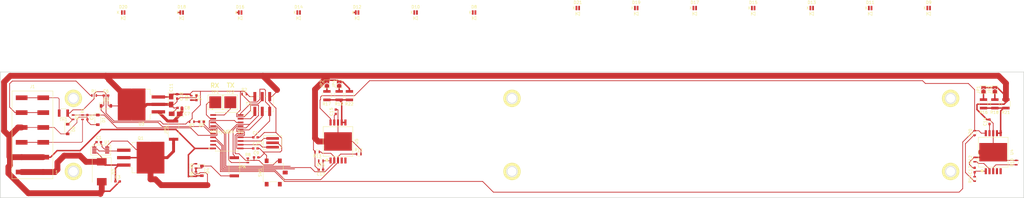
<source format=kicad_pcb>
(kicad_pcb (version 20171130) (host pcbnew "(5.0.0)")
  (layers (0 F.Cu signal) (31 B.Cu signal) (34 B.Paste user) (35 F.Paste user) (36 B.SilkS user) (37 F.SilkS user) (38 B.Mask user) (39 F.Mask user) (44 Edge.Cuts user))
  (net 0 "")
  (net 1 "Net-(C1-Pad1)")
  (net 2 "Net-(C1-Pad2)")
  (net 3 +5V)
  (net 4 GND)
  (net 5 Vsup)
  (net 6 "Net-(C4-Pad1)")
  (net 7 +24V)
  (net 8 D11)
  (net 9 "Net-(C12-Pad1)")
  (net 10 "Net-(C13-Pad1)")
  (net 11 "Net-(C14-Pad1)")
  (net 12 "Net-(C15-Pad1)")
  (net 13 A9)
  (net 14 "Net-(D5-Pad2)")
  (net 15 "Net-(D7-Pad2)")
  (net 16 "Net-(D10-Pad2)")
  (net 17 "Net-(D11-Pad2)")
  (net 18 "Net-(D10-Pad1)")
  (net 19 "Net-(D11-Pad1)")
  (net 20 "Net-(D12-Pad1)")
  (net 21 "Net-(D13-Pad1)")
  (net 22 "Net-(D14-Pad1)")
  (net 23 "Net-(D15-Pad1)")
  (net 24 "Net-(D16-Pad1)")
  (net 25 "Net-(D17-Pad1)")
  (net 26 "Net-(D18-Pad1)")
  (net 27 "Net-(D19-Pad1)")
  (net 28 "Net-(D20-Pad1)")
  (net 29 "Net-(D21-Pad1)")
  (net 30 "Net-(J1-Pad6)")
  (net 31 "Net-(J1-Pad5)")
  (net 32 "Net-(J1-Pad3)")
  (net 33 "Net-(Q1-Pad1)")
  (net 34 D6)
  (net 35 D7)
  (net 36 D2)
  (net 37 D3)
  (net 38 "Net-(R16-Pad1)")
  (net 39 "Net-(R17-Pad1)")
  (net 40 D8)
  (net 41 "Net-(D5-Pad1)")
  (net 42 "Net-(J3-Pad4)")
  (net 43 "Net-(J3-Pad3)")
  (net 44 "Net-(J3-Pad1)")
  (net 45 "Net-(JP1-Pad1)")
  (net 46 "Net-(JP2-Pad1)")
  (net 47 "Net-(JP3-Pad1)")
  (net 48 "Net-(JP4-Pad1)")
  (net 49 "Net-(U2-Pad12)")
  (net 50 "Net-(U2-Pad13)")
  (net 51 A8)
  (net 52 A0)
  (net 53 "Net-(TP1-Pad1)")
  (net 54 "Net-(TP2-Pad1)")
  (net 55 "Net-(C7-Pad1)")
  (net 56 "Net-(D4-Pad1)")
  (module Resistors_SMD:R_1210 (layer F.Cu) (at 386.23766 60.883806 90)
    (fp_text reference R16 (at -2.884438 0.024485 180) (layer F.SilkS))
    (fp_text value R)
    (pad 2 smd rect (at 1.45 0 90) (size 0.9 2.5) (layers F.Cu F.Paste F.Mask) (net 45 "Net-(JP1-Pad1)"))
    (pad 1 smd rect (at -1.45 0 90) (size 0.9 2.5) (layers F.Cu F.Paste F.Mask) (net 38 "Net-(R16-Pad1)"))
  )
  (module "DTL - KICad - Footprint:SolderJumper-2_P1.3mm_Open_TrianglePad1.0x1.5mm" (layer F.Cu) (at 386.23766 56.057806 90)
    (fp_text reference JP1 (at 0 -1.8 90) (layer F.SilkS))
    (fp_text value " ")
    (pad 1 smd custom (at -0.725 0 90) (size 0.3 0.3) (layers F.Cu F.Mask) (net 45 "Net-(JP1-Pad1)") (options (clearance outline) (anchor rect)) (primitives (gr_poly (pts (xy -0.5 -0.75) (xy 0.5 -0.75) (xy 1 0) (xy 0.5 0.75) (xy -0.5 0.75)) (width 0))))
    (pad 2 smd custom (at 0.725 0 90) (size 0.3 0.3) (layers F.Cu F.Mask) (net 4 GND) (options (clearance outline) (anchor rect)) (primitives (gr_poly (pts (xy -0.65 -0.75) (xy 0.5 -0.75) (xy 0.5 0.75) (xy -0.65 0.75) (xy -0.15 0)) (width 0))))
  )
  (module "DTL - KICad - Footprint:SolderJumper-2_P1.3mm_Open_TrianglePad1.0x1.5mm" (layer F.Cu) (at 390.12386 56.057806 90)
    (fp_text reference JP3 (at 0 -1.8 90) (layer F.SilkS))
    (fp_text value " ")
    (pad 2 smd custom (at 0.725 0 90) (size 0.3 0.3) (layers F.Cu F.Mask) (net 4 GND) (options (clearance outline) (anchor rect)) (primitives (gr_poly (pts (xy -0.65 -0.75) (xy 0.5 -0.75) (xy 0.5 0.75) (xy -0.65 0.75) (xy -0.15 0)) (width 0))))
    (pad 1 smd custom (at -0.725 0 90) (size 0.3 0.3) (layers F.Cu F.Mask) (net 47 "Net-(JP3-Pad1)") (options (clearance outline) (anchor rect)) (primitives (gr_poly (pts (xy -0.5 -0.75) (xy 0.5 -0.75) (xy 1 0) (xy 0.5 0.75) (xy -0.5 0.75)) (width 0))))
  )
  (module Resistors_SMD:R_1210 (layer F.Cu) (at 390.12386 60.883806 90)
    (fp_text reference R18 (at -2.884438 -0.127915 180) (layer F.SilkS))
    (fp_text value R)
    (pad 2 smd rect (at 1.45 0 90) (size 0.9 2.5) (layers F.Cu F.Paste F.Mask) (net 47 "Net-(JP3-Pad1)"))
    (pad 1 smd rect (at -1.45 0 90) (size 0.9 2.5) (layers F.Cu F.Paste F.Mask) (net 38 "Net-(R16-Pad1)"))
  )
  (module Resistors_SMD:R_0603 (layer F.Cu) (at 383.21506 70.815206 90)
    (fp_text reference R20 (at 0 -1.45 90) (layer F.SilkS))
    (fp_text value R)
    (pad 1 smd rect (at -0.75 0 90) (size 0.5 0.9) (layers F.Cu F.Paste F.Mask) (net 3 +5V))
    (pad 2 smd rect (at 0.75 0 90) (size 0.5 0.9) (layers F.Cu F.Paste F.Mask) (net 40 D8))
  )
  (module Resistors_SMD:R_1210 (layer F.Cu) (at 393.907545 60.870444 90)
    (fp_text reference R21 (at -2.909838 -0.026315 180) (layer F.SilkS))
    (fp_text value R)
    (pad 1 smd rect (at -1.45 0 90) (size 0.9 2.5) (layers F.Cu F.Paste F.Mask) (net 38 "Net-(R16-Pad1)"))
    (pad 2 smd rect (at 1.45 0 90) (size 0.9 2.5) (layers F.Cu F.Paste F.Mask) (net 4 GND))
  )
  (module Resistors_SMD:R_0603 (layer F.Cu) (at 397.43906 80.963206 90)
    (fp_text reference R10 (at 0 -1.45 90) (layer F.SilkS))
    (fp_text value R)
    (pad 1 smd rect (at -0.75 0 90) (size 0.5 0.9) (layers F.Cu F.Paste F.Mask) (net 34 D6))
    (pad 2 smd rect (at 0.75 0 90) (size 0.5 0.9) (layers F.Cu F.Paste F.Mask) (net 4 GND))
  )
  (module Capacitors_SMD:C_0603 (layer F.Cu) (at 383.21506 83.515206 90)
    (fp_text reference C12 (at 0 -1.5 90) (layer F.SilkS))
    (fp_text value C)
    (pad 1 smd rect (at -0.75 0 90) (size 0.8 0.75) (layers F.Cu F.Paste F.Mask) (net 9 "Net-(C12-Pad1)"))
    (pad 2 smd rect (at 0.75 0 90) (size 0.8 0.75) (layers F.Cu F.Paste F.Mask) (net 4 GND))
  )
  (module Capacitors_SMD:C_0603 (layer F.Cu) (at 388.29506 67.005206 90)
    (fp_text reference C14 (at 0 -1.5 90) (layer F.SilkS))
    (fp_text value C)
    (pad 2 smd rect (at 0.75 0 90) (size 0.8 0.75) (layers F.Cu F.Paste F.Mask) (net 4 GND))
    (pad 1 smd rect (at -0.75 0 90) (size 0.8 0.75) (layers F.Cu F.Paste F.Mask) (net 11 "Net-(C14-Pad1)"))
  )
  (module Resistors_SMD:R_0603 (layer F.Cu) (at 383.21506 86.563206 270)
    (fp_text reference R14 (at 0 1.524 90) (layer F.SilkS))
    (fp_text value R)
    (pad 2 smd rect (at 0.75 0 270) (size 0.5 0.9) (layers F.Cu F.Paste F.Mask) (net 3 +5V))
    (pad 1 smd rect (at -0.75 0 270) (size 0.5 0.9) (layers F.Cu F.Paste F.Mask) (net 9 "Net-(C12-Pad1)"))
  )
  (module Resistors_SMD:R_0603 (layer F.Cu) (at 158.373345 77.306444 180)
    (fp_text reference R13 (at 0 -1.45 180) (layer F.SilkS))
    (fp_text value R)
    (pad 2 smd rect (at 0.75 0 180) (size 0.5 0.9) (layers F.Cu F.Paste F.Mask) (net 4 GND))
    (pad 1 smd rect (at -0.75 0 180) (size 0.5 0.9) (layers F.Cu F.Paste F.Mask) (net 37 D3))
  )
  (module Resistors_SMD:R_0603 (layer F.Cu) (at 383.21506 79.947206 90)
    (fp_text reference R12 (at 0 -1.45 90) (layer F.SilkS))
    (fp_text value R)
    (pad 2 smd rect (at 0.75 0 90) (size 0.5 0.9) (layers F.Cu F.Paste F.Mask) (net 4 GND))
    (pad 1 smd rect (at -0.75 0 90) (size 0.5 0.9) (layers F.Cu F.Paste F.Mask) (net 36 D2))
  )
  (module "DTL - KICad - Footprint:PowerSO-10" (layer F.Cu) (at 389.56506 77.419206 90)
    (fp_text reference U4 (at 0 6.35 90) (layer F.SilkS))
    (fp_text value STCS2A)
    (pad 8 smd rect (at 0 0 90) (size 6.3 9.5) (layers F.Cu F.Paste F.Mask) (net 4 GND))
    (pad 10 smd rect (at 6.5 -2.54 90) (size 2.05 0.73) (layers F.Cu F.Paste F.Mask) (net 40 D8))
    (pad 9 smd rect (at 6.5 -1.27 90) (size 2.05 0.73) (layers F.Cu F.Paste F.Mask) (net 11 "Net-(C14-Pad1)"))
    (pad 8 smd rect (at 6.5 0 90) (size 2.05 0.73) (layers F.Cu F.Paste F.Mask) (net 4 GND))
    (pad 7 smd rect (at 6.5 1.27 90) (size 2.05 0.73) (layers F.Cu F.Paste F.Mask) (net 38 "Net-(R16-Pad1)"))
    (pad 6 smd rect (at 6.5 2.54 90) (size 2.05 0.73) (layers F.Cu F.Paste F.Mask) (net 38 "Net-(R16-Pad1)"))
    (pad 5 smd rect (at -6.5 2.54 90) (size 2.05 0.73) (layers F.Cu F.Paste F.Mask) (net 28 "Net-(D20-Pad1)"))
    (pad 4 smd rect (at -6.5 1.27 90) (size 2.05 0.73) (layers F.Cu F.Paste F.Mask))
    (pad 3 smd rect (at -6.5 0 90) (size 2.05 0.73) (layers F.Cu F.Paste F.Mask) (net 34 D6))
    (pad 2 smd rect (at -6.5 -1.27 90) (size 2.05 0.73) (layers F.Cu F.Paste F.Mask) (net 36 D2))
    (pad 1 smd rect (at -6.5 -2.54 90) (size 2.05 0.73) (layers F.Cu F.Paste F.Mask) (net 9 "Net-(C12-Pad1)"))
  )
  (module Capacitors_SMD:C_0603 (layer F.Cu) (at 83.667 73.95)
    (fp_text reference C1 (at 0 -1.5) (layer F.SilkS))
    (fp_text value C)
    (pad 1 smd rect (at -0.75 0) (size 0.8 0.75) (layers F.Cu F.Paste F.Mask) (net 1 "Net-(C1-Pad1)"))
    (pad 2 smd rect (at 0.75 0) (size 0.8 0.75) (layers F.Cu F.Paste F.Mask) (net 2 "Net-(C1-Pad2)"))
  )
  (module Capacitors_SMD:C_0603 (layer F.Cu) (at 137.250567 76.129458)
    (fp_text reference C2 (at 0 -1.5) (layer F.SilkS))
    (fp_text value C)
    (pad 2 smd rect (at 0.75 0) (size 0.8 0.75) (layers F.Cu F.Paste F.Mask) (net 4 GND))
    (pad 1 smd rect (at -0.75 0) (size 0.8 0.75) (layers F.Cu F.Paste F.Mask) (net 3 +5V))
  )
  (module Capacitors_SMD:C_0603 (layer F.Cu) (at 90.132 87.412)
    (fp_text reference C3 (at 0 -1.5) (layer F.SilkS))
    (fp_text value C)
    (pad 2 smd rect (at 0.75 0) (size 0.8 0.75) (layers F.Cu F.Paste F.Mask) (net 4 GND))
    (pad 1 smd rect (at -0.75 0) (size 0.8 0.75) (layers F.Cu F.Paste F.Mask) (net 5 Vsup))
  )
  (module Capacitors_SMD:C_0603 (layer F.Cu) (at 137.262567 72.319458)
    (fp_text reference C4 (at 0 -1.5) (layer F.SilkS))
    (fp_text value C)
    (pad 1 smd rect (at -0.75 0) (size 0.8 0.75) (layers F.Cu F.Paste F.Mask) (net 6 "Net-(C4-Pad1)"))
    (pad 2 smd rect (at 0.75 0) (size 0.8 0.75) (layers F.Cu F.Paste F.Mask) (net 4 GND))
  )
  (module Capacitors_SMD:C_0603 (layer F.Cu) (at 79.7942 65.4544 270)
    (fp_text reference C5 (at 0 -1.5 270) (layer F.SilkS))
    (fp_text value C)
    (pad 1 smd rect (at -0.75 0 270) (size 0.8 0.75) (layers F.Cu F.Paste F.Mask) (net 51 A8))
    (pad 2 smd rect (at 0.75 0 270) (size 0.8 0.75) (layers F.Cu F.Paste F.Mask) (net 4 GND))
  )
  (module Capacitors_SMD:C_0603 (layer F.Cu) (at 86.1442 58.0242)
    (fp_text reference C6 (at 0 -1.5) (layer F.SilkS))
    (fp_text value C)
    (pad 1 smd rect (at -0.75 0) (size 0.8 0.75) (layers F.Cu F.Paste F.Mask) (net 52 A0))
    (pad 2 smd rect (at 0.75 0) (size 0.8 0.75) (layers F.Cu F.Paste F.Mask) (net 4 GND))
  )
  (module Capacitors_Tantalum_SMD:CP_Tantalum_Case-A_EIA-3216-18_Reflow (layer F.Cu) (at 109.989302 64.284085 180)
    (fp_text reference C7 (at -3.915 0) (layer F.SilkS))
    (fp_text value CP)
    (pad 1 smd rect (at -1.375 0 180) (size 1.95 1.5) (layers F.Cu F.Paste F.Mask) (net 55 "Net-(C7-Pad1)"))
    (pad 2 smd rect (at 1.375 0 180) (size 1.95 1.5) (layers F.Cu F.Paste F.Mask) (net 4 GND))
  )
  (module Capacitors_SMD:C_0603 (layer F.Cu) (at 111.376302 62.252085 180)
    (fp_text reference C8 (at -2.528 0) (layer F.SilkS))
    (fp_text value C)
    (pad 2 smd rect (at 0.75 0 180) (size 0.8 0.75) (layers F.Cu F.Paste F.Mask) (net 4 GND))
    (pad 1 smd rect (at -0.75 0 180) (size 0.8 0.75) (layers F.Cu F.Paste F.Mask) (net 55 "Net-(C7-Pad1)"))
  )
  (module Capacitors_SMD:C_0603 (layer F.Cu) (at 137.5164 79.1824)
    (fp_text reference C9 (at 0 -1.5) (layer F.SilkS))
    (fp_text value C)
    (pad 2 smd rect (at 0.75 0) (size 0.8 0.75) (layers F.Cu F.Paste F.Mask) (net 4 GND))
    (pad 1 smd rect (at -0.75 0) (size 0.8 0.75) (layers F.Cu F.Paste F.Mask) (net 8 D11))
  )
  (module Capacitors_SMD:C_0603 (layer F.Cu) (at 110.469998 58.334298 270)
    (fp_text reference C10 (at 0 -1.5 90) (layer F.SilkS))
    (fp_text value C)
    (pad 1 smd rect (at -0.75 0 270) (size 0.8 0.75) (layers F.Cu F.Paste F.Mask) (net 3 +5V))
    (pad 2 smd rect (at 0.75 0 270) (size 0.8 0.75) (layers F.Cu F.Paste F.Mask) (net 4 GND))
  )
  (module Capacitors_Tantalum_SMD:CP_Tantalum_Case-A_EIA-3216-18_Reflow (layer F.Cu) (at 108.437998 59.753298 270)
    (fp_text reference C11 (at -4.423 0 270) (layer F.SilkS))
    (fp_text value CP)
    (pad 2 smd rect (at 1.375 0 270) (size 1.95 1.5) (layers F.Cu F.Paste F.Mask) (net 4 GND))
    (pad 1 smd rect (at -1.375 0 270) (size 1.95 1.5) (layers F.Cu F.Paste F.Mask) (net 3 +5V))
  )
  (module Capacitors_SMD:C_0603 (layer F.Cu) (at 159.643345 83.402444 180)
    (fp_text reference C13 (at 0 -1.5 180) (layer F.SilkS))
    (fp_text value C)
    (pad 2 smd rect (at 0.75 0 180) (size 0.8 0.75) (layers F.Cu F.Paste F.Mask) (net 4 GND))
    (pad 1 smd rect (at -0.75 0 180) (size 0.8 0.75) (layers F.Cu F.Paste F.Mask) (net 10 "Net-(C13-Pad1)"))
  )
  (module Capacitors_SMD:C_0603 (layer F.Cu) (at 164.723345 63.590444 90)
    (fp_text reference C15 (at 0 -1.5 90) (layer F.SilkS))
    (fp_text value C)
    (pad 1 smd rect (at -0.75 0 90) (size 0.8 0.75) (layers F.Cu F.Paste F.Mask) (net 12 "Net-(C15-Pad1)"))
    (pad 2 smd rect (at 0.75 0 90) (size 0.8 0.75) (layers F.Cu F.Paste F.Mask) (net 4 GND))
  )
  (module Diodes_SMD:D_SOD-123 (layer F.Cu) (at 83.3502 66.3544 270)
    (fp_text reference D1 (at 0 -2 270) (layer F.SilkS))
    (fp_text value D_Zener)
    (pad 1 smd rect (at -1.65 0 270) (size 0.9 1.2) (layers F.Cu F.Paste F.Mask) (net 51 A8))
    (pad 2 smd rect (at 1.65 0 270) (size 0.9 1.2) (layers F.Cu F.Paste F.Mask) (net 4 GND))
  )
  (module Diodes_SMD:D_SMC (layer F.Cu) (at 84.7 84.11 270)
    (fp_text reference D2 (at 0 -4.1 270) (layer F.SilkS))
    (fp_text value D_TVS)
    (pad 2 smd rect (at 3.4 0) (size 3.3 2.5) (layers F.Cu F.Paste F.Mask) (net 4 GND))
    (pad 1 smd rect (at -3.4 0) (size 3.3 2.5) (layers F.Cu F.Paste F.Mask) (net 5 Vsup))
  )
  (module Diodes_SMD:D_SOD-123 (layer F.Cu) (at 86.1442 61.5802)
    (fp_text reference D3 (at 0 -2) (layer F.SilkS))
    (fp_text value D_Zener)
    (pad 2 smd rect (at 1.65 0) (size 0.9 1.2) (layers F.Cu F.Paste F.Mask) (net 4 GND))
    (pad 1 smd rect (at -1.65 0) (size 0.9 1.2) (layers F.Cu F.Paste F.Mask) (net 52 A0))
  )
  (module Diodes_SMD:D_SOD-123 (layer F.Cu) (at 118.9356 83.8062 270)
    (fp_text reference D4 (at 0 -2 270) (layer F.SilkS))
    (fp_text value D_Zener)
    (pad 1 smd rect (at -1.65 0 270) (size 0.9 1.2) (layers F.Cu F.Paste F.Mask) (net 56 "Net-(D4-Pad1)"))
    (pad 2 smd rect (at 1.65 0 270) (size 0.9 1.2) (layers F.Cu F.Paste F.Mask) (net 4 GND))
  )
  (module LEDs:LED_0603 (layer F.Cu) (at 118.786043 66.992277 180)
    (fp_text reference D5 (at 0 -1.25 180) (layer F.SilkS))
    (fp_text value LED)
    (pad 2 smd rect (at 0.8 0) (size 0.8 0.8) (layers F.Cu F.Paste F.Mask) (net 14 "Net-(D5-Pad2)"))
    (pad 1 smd rect (at -0.8 0) (size 0.8 0.8) (layers F.Cu F.Paste F.Mask) (net 41 "Net-(D5-Pad1)"))
  )
  (module Diodes_SMD:D_SOD-123 (layer F.Cu) (at 73.0378 69.504 270)
    (fp_text reference D6 (at 0 -2 270) (layer F.SilkS))
    (fp_text value D_Zener)
    (pad 2 smd rect (at 1.65 0 270) (size 0.9 1.2) (layers F.Cu F.Paste F.Mask) (net 4 GND))
    (pad 1 smd rect (at -1.65 0 270) (size 0.9 1.2) (layers F.Cu F.Paste F.Mask) (net 3 +5V))
  )
  (module LEDs:LED_0603 (layer F.Cu) (at 117.073998 58.804298 270)
    (fp_text reference D7 (at 0 -1.25 270) (layer F.SilkS))
    (fp_text value LED)
    (pad 1 smd rect (at -0.8 0 90) (size 0.8 0.8) (layers F.Cu F.Paste F.Mask) (net 4 GND))
    (pad 2 smd rect (at 0.8 0 90) (size 0.8 0.8) (layers F.Cu F.Paste F.Mask) (net 15 "Net-(D7-Pad2)"))
  )
  (module Pin_Headers:Pin_Header_Straight_2x03_Pitch2.54mm_SMD (layer F.Cu) (at 139.5858 60.9302 90)
    (fp_text reference J3 (at 0 -4.87 90) (layer F.SilkS))
    (fp_text value AVR-ISP-6)
    (pad 6 smd rect (at 2.525 2.54 90) (size 3.15 1) (layers F.Cu F.Paste F.Mask) (net 4 GND))
    (pad 5 smd rect (at -2.525 2.54 90) (size 3.15 1) (layers F.Cu F.Paste F.Mask) (net 6 "Net-(C4-Pad1)"))
    (pad 4 smd rect (at 2.525 0 90) (size 3.15 1) (layers F.Cu F.Paste F.Mask) (net 42 "Net-(J3-Pad4)"))
    (pad 3 smd rect (at -2.525 0 90) (size 3.15 1) (layers F.Cu F.Paste F.Mask) (net 43 "Net-(J3-Pad3)"))
    (pad 2 smd rect (at 2.525 -2.54 90) (size 3.15 1) (layers F.Cu F.Paste F.Mask) (net 3 +5V))
    (pad 1 smd rect (at -2.525 -2.54 90) (size 3.15 1) (layers F.Cu F.Paste F.Mask) (net 44 "Net-(J3-Pad1)"))
  )
  (module "DTL - KICad - Footprint:SolderJumper-2_P1.3mm_Open_TrianglePad1.0x1.5mm" (layer F.Cu) (at 161.700745 54.104644 90)
    (fp_text reference JP2 (at 0 -1.8 90) (layer F.SilkS))
    (fp_text value " ")
    (pad 1 smd custom (at -0.725 0 90) (size 0.3 0.3) (layers F.Cu F.Mask) (net 46 "Net-(JP2-Pad1)") (options (clearance outline) (anchor rect)) (primitives (gr_poly (pts (xy -0.5 -0.75) (xy 0.5 -0.75) (xy 1 0) (xy 0.5 0.75) (xy -0.5 0.75)) (width 0))))
    (pad 2 smd custom (at 0.725 0 90) (size 0.3 0.3) (layers F.Cu F.Mask) (net 4 GND) (options (clearance outline) (anchor rect)) (primitives (gr_poly (pts (xy -0.65 -0.75) (xy 0.5 -0.75) (xy 0.5 0.75) (xy -0.65 0.75) (xy -0.15 0)) (width 0))))
  )
  (module "DTL - KICad - Footprint:SolderJumper-2_P1.3mm_Open_TrianglePad1.0x1.5mm" (layer F.Cu) (at 165.891745 54.104644 90)
    (fp_text reference JP4 (at 0 -1.8 90) (layer F.SilkS))
    (fp_text value " ")
    (pad 2 smd custom (at 0.725 0 90) (size 0.3 0.3) (layers F.Cu F.Mask) (net 4 GND) (options (clearance outline) (anchor rect)) (primitives (gr_poly (pts (xy -0.65 -0.75) (xy 0.5 -0.75) (xy 0.5 0.75) (xy -0.65 0.75) (xy -0.15 0)) (width 0))))
    (pad 1 smd custom (at -0.725 0 90) (size 0.3 0.3) (layers F.Cu F.Mask) (net 48 "Net-(JP4-Pad1)") (options (clearance outline) (anchor rect)) (primitives (gr_poly (pts (xy -0.5 -0.75) (xy 0.5 -0.75) (xy 1 0) (xy 0.5 0.75) (xy -0.5 0.75)) (width 0))))
  )
  (module TO_SOT_Packages_SMD:TO-263-3_TabPin2 (layer F.Cu) (at 98.006 79.284)
    (fp_text reference Q1 (at 0 -6.65) (layer F.SilkS))
    (fp_text value IPB057N06N)
    (pad 2 smd rect (at 0.95 2.775) (size 4.55 5.25) (layers F.Cu F.Paste) (net 7 +24V))
    (pad 2 smd rect (at 5.8 -2.775) (size 4.55 5.25) (layers F.Cu F.Paste) (net 7 +24V))
    (pad 2 smd rect (at 0.95 -2.775) (size 4.55 5.25) (layers F.Cu F.Paste) (net 7 +24V))
    (pad 2 smd rect (at 5.8 2.775) (size 4.55 5.25) (layers F.Cu F.Paste) (net 7 +24V))
    (pad 2 smd rect (at 3.375 0) (size 9.4 10.8) (layers F.Cu F.Mask) (net 7 +24V))
    (pad 3 smd rect (at -5.775 2.54) (size 4.6 1.1) (layers F.Cu F.Paste F.Mask) (net 5 Vsup))
    (pad 2 smd rect (at -5.775 0) (size 4.6 1.1) (layers F.Cu F.Paste F.Mask) (net 7 +24V))
    (pad 1 smd rect (at -5.775 -2.54) (size 4.6 1.1) (layers F.Cu F.Paste F.Mask) (net 33 "Net-(Q1-Pad1)"))
  )
  (module Resistors_SMD:R_0603 (layer F.Cu) (at 78.1178 65.4544 90)
    (fp_text reference R1 (at 2.2486 0.0508 90) (layer F.SilkS))
    (fp_text value R)
    (pad 1 smd rect (at -0.75 0 90) (size 0.5 0.9) (layers F.Cu F.Paste F.Mask) (net 32 "Net-(J1-Pad3)"))
    (pad 2 smd rect (at 0.75 0 90) (size 0.5 0.9) (layers F.Cu F.Paste F.Mask) (net 51 A8))
  )
  (module Resistors_SMD:R_0603 (layer F.Cu) (at 133.4256 57.5162)
    (fp_text reference R2 (at 0 -1.45) (layer F.SilkS))
    (fp_text value R)
    (pad 2 smd rect (at 0.75 0) (size 0.5 0.9) (layers F.Cu F.Paste F.Mask) (net 3 +5V))
    (pad 1 smd rect (at -0.75 0) (size 0.5 0.9) (layers F.Cu F.Paste F.Mask) (net 6 "Net-(C4-Pad1)"))
  )
  (module Resistors_SMD:R_0603 (layer F.Cu) (at 74.892 65.4544 270)
    (fp_text reference R3 (at 0.012 -1.4986 270) (layer F.SilkS))
    (fp_text value R)
    (pad 2 smd rect (at 0.75 0 270) (size 0.5 0.9) (layers F.Cu F.Paste F.Mask) (net 3 +5V))
    (pad 1 smd rect (at -0.75 0 270) (size 0.5 0.9) (layers F.Cu F.Paste F.Mask) (net 51 A8))
  )
  (module Resistors_SMD:R_0603 (layer F.Cu) (at 82.0802 58.0242)
    (fp_text reference R4 (at 0 -1.45) (layer F.SilkS))
    (fp_text value R)
    (pad 1 smd rect (at -0.75 0) (size 0.5 0.9) (layers F.Cu F.Paste F.Mask) (net 31 "Net-(J1-Pad5)"))
    (pad 2 smd rect (at 0.75 0) (size 0.5 0.9) (layers F.Cu F.Paste F.Mask) (net 52 A0))
  )
  (module Resistors_SMD:R_0603 (layer F.Cu) (at 116.905167 82.123858 90)
    (fp_text reference R5 (at 0 -1.45 90) (layer F.SilkS))
    (fp_text value R)
    (pad 2 smd rect (at 0.75 0 90) (size 0.5 0.9) (layers F.Cu F.Paste F.Mask) (net 7 +24V))
    (pad 1 smd rect (at -0.75 0 90) (size 0.5 0.9) (layers F.Cu F.Paste F.Mask) (net 56 "Net-(D4-Pad1)"))
  )
  (module Resistors_SMD:R_0603 (layer F.Cu) (at 116.905167 84.917858 90)
    (fp_text reference R6 (at 0 -1.45 90) (layer F.SilkS))
    (fp_text value R)
    (pad 1 smd rect (at -0.75 0 90) (size 0.5 0.9) (layers F.Cu F.Paste F.Mask) (net 4 GND))
    (pad 2 smd rect (at 0.75 0 90) (size 0.5 0.9) (layers F.Cu F.Paste F.Mask) (net 56 "Net-(D4-Pad1)"))
  )
  (module Resistors_SMD:R_0603 (layer F.Cu) (at 115.484043 66.992277 180)
    (fp_text reference R7 (at 0 -1.45 180) (layer F.SilkS))
    (fp_text value R)
    (pad 2 smd rect (at 0.75 0 180) (size 0.5 0.9) (layers F.Cu F.Paste F.Mask) (net 3 +5V))
    (pad 1 smd rect (at -0.75 0 180) (size 0.5 0.9) (layers F.Cu F.Paste F.Mask) (net 14 "Net-(D5-Pad2)"))
  )
  (module Resistors_SMD:R_0603 (layer F.Cu) (at 134.6582 80.2104 270)
    (fp_text reference R8 (at -1.917 0) (layer F.SilkS))
    (fp_text value R)
    (pad 1 smd rect (at -0.75 0 270) (size 0.5 0.9) (layers F.Cu F.Paste F.Mask) (net 8 D11))
    (pad 2 smd rect (at 0.75 0 270) (size 0.5 0.9) (layers F.Cu F.Paste F.Mask) (net 3 +5V))
  )
  (module Resistors_SMD:R_0603 (layer F.Cu) (at 115.295998 58.842298 90)
    (fp_text reference R9 (at 0 -1.45 90) (layer F.SilkS))
    (fp_text value R)
    (pad 2 smd rect (at 0.75 0 90) (size 0.5 0.9) (layers F.Cu F.Paste F.Mask) (net 3 +5V))
    (pad 1 smd rect (at -0.75 0 90) (size 0.5 0.9) (layers F.Cu F.Paste F.Mask) (net 15 "Net-(D7-Pad2)"))
  )
  (module Resistors_SMD:R_0603 (layer F.Cu) (at 172.597345 78.068444)
    (fp_text reference R11 (at 0 -1.45) (layer F.SilkS))
    (fp_text value R)
    (pad 1 smd rect (at -0.75 0) (size 0.5 0.9) (layers F.Cu F.Paste F.Mask) (net 35 D7))
    (pad 2 smd rect (at 0.75 0) (size 0.5 0.9) (layers F.Cu F.Paste F.Mask) (net 4 GND))
  )
  (module Resistors_SMD:R_0603 (layer F.Cu) (at 159.643345 80.354444 180)
    (fp_text reference R15 (at 0 -1.45 180) (layer F.SilkS))
    (fp_text value R)
    (pad 1 smd rect (at -0.75 0 180) (size 0.5 0.9) (layers F.Cu F.Paste F.Mask) (net 10 "Net-(C13-Pad1)"))
    (pad 2 smd rect (at 0.75 0 180) (size 0.5 0.9) (layers F.Cu F.Paste F.Mask) (net 3 +5V))
  )
  (module Resistors_SMD:R_1210 (layer F.Cu) (at 161.700745 58.078644 90)
    (fp_text reference R17 (at -2.8194 -0.0762 180) (layer F.SilkS))
    (fp_text value R)
    (pad 2 smd rect (at 1.45 0 90) (size 0.9 2.5) (layers F.Cu F.Paste F.Mask) (net 46 "Net-(JP2-Pad1)"))
    (pad 1 smd rect (at -1.45 0 90) (size 0.9 2.5) (layers F.Cu F.Paste F.Mask) (net 39 "Net-(R17-Pad1)"))
  )
  (module Resistors_SMD:R_1210 (layer F.Cu) (at 165.891745 58.078644 90)
    (fp_text reference R19 (at -2.8448 -0.0508 180) (layer F.SilkS))
    (fp_text value R)
    (pad 1 smd rect (at -1.45 0 90) (size 0.9 2.5) (layers F.Cu F.Paste F.Mask) (net 39 "Net-(R17-Pad1)"))
    (pad 2 smd rect (at 1.45 0 90) (size 0.9 2.5) (layers F.Cu F.Paste F.Mask) (net 48 "Net-(JP4-Pad1)"))
  )
  (module Resistors_SMD:R_1210 (layer F.Cu) (at 169.396945 58.080844 90)
    (fp_text reference R22 (at -2.8448 -0.0508) (layer F.SilkS))
    (fp_text value R)
    (pad 1 smd rect (at -1.45 0 90) (size 0.9 2.5) (layers F.Cu F.Paste F.Mask) (net 39 "Net-(R17-Pad1)"))
    (pad 2 smd rect (at 1.45 0 90) (size 0.9 2.5) (layers F.Cu F.Paste F.Mask) (net 4 GND))
  )
  (module Buttons_Switches_SMD:SW_SPST_B3S-1100 (layer F.Cu) (at 144.2594 84.364 90)
    (fp_text reference SW1 (at 0 -5.42 90) (layer F.SilkS))
    (fp_text value SW_Push)
    (pad 3 smd rect (at 0 3.17 90) (size 1.3 1.7) (layers F.Cu F.Paste F.Mask))
    (pad 2 smd rect (at 3.98 1.33 90) (size 1.55 1.3) (layers F.Cu F.Paste F.Mask) (net 8 D11))
    (pad 2 smd rect (at -3.98 1.33 90) (size 1.55 1.3) (layers F.Cu F.Paste F.Mask) (net 8 D11))
    (pad 1 smd rect (at 3.98 -3.17 90) (size 1.55 1.3) (layers F.Cu F.Paste F.Mask) (net 4 GND))
    (pad 1 smd rect (at -3.98 -3.17 90) (size 1.55 1.3) (layers F.Cu F.Paste F.Mask) (net 4 GND))
  )
  (module Resistors_SMD:R_1210 (layer F.Cu) (at 71.59 64.044 180)
    (fp_text reference TH1 (at 0 -2.25 180) (layer F.SilkS))
    (fp_text value Thermistor_PTC)
    (pad 2 smd rect (at 1.45 0 180) (size 0.9 2.5) (layers F.Cu F.Paste F.Mask) (net 30 "Net-(J1-Pad6)"))
    (pad 1 smd rect (at -1.45 0 180) (size 0.9 2.5) (layers F.Cu F.Paste F.Mask) (net 3 +5V))
  )
  (module "DTL - KICad - Footprint:VSSOP-8" (layer F.Cu) (at 84.3535 76.6805 270)
    (fp_text reference U1 (at -2.7 -2.2) (layer F.SilkS))
    (fp_text value LM74610-Q1)
    (pad 8 smd rect (at -0.975 -2.2 270) (size 0.45 1.45) (layers F.Cu F.Paste F.Mask) (net 7 +24V))
    (pad 1 smd rect (at -0.975 2.2 270) (size 0.45 1.45) (layers F.Cu F.Paste F.Mask) (net 1 "Net-(C1-Pad1)"))
    (pad 7 smd rect (at -0.325 -2.2 270) (size 0.45 1.45) (layers F.Cu F.Paste F.Mask) (net 2 "Net-(C1-Pad2)"))
    (pad 2 smd rect (at -0.325 2.2 270) (size 0.45 1.45) (layers F.Cu F.Paste F.Mask) (net 33 "Net-(Q1-Pad1)"))
    (pad 6 smd rect (at 0.325 -2.2 270) (size 0.45 1.45) (layers F.Cu F.Paste F.Mask) (net 33 "Net-(Q1-Pad1)"))
    (pad 3 smd rect (at 0.325 2.2 270) (size 0.45 1.45) (layers F.Cu F.Paste F.Mask))
    (pad 5 smd rect (at 0.975 -2.2 270) (size 0.45 1.45) (layers F.Cu F.Paste F.Mask))
    (pad 4 smd rect (at 0.975 2.2 270) (size 0.45 1.45) (layers F.Cu F.Paste F.Mask) (net 5 Vsup))
  )
  (module "DTL - KICad - Footprint:ATTINY1634-SUR" (layer F.Cu) (at 127.480566 70.414458)
    (fp_text reference U2 (at 0 0) (layer F.SilkS))
    (fp_text value ATtiny1634-SU (at 0 0) (layer F.SilkS))
    (fp_text user * (at -4.944001 -7.4188) (layer F.SilkS))
    (pad 1 smd rect (at -4.690001 -5.715) (size 1.9812 0.5608) (layers F.Cu F.Paste F.Mask) (net 54 "Net-(TP2-Pad1)"))
    (pad 2 smd rect (at -4.690001 -4.445) (size 1.9812 0.5608) (layers F.Cu F.Paste F.Mask) (net 53 "Net-(TP1-Pad1)"))
    (pad 3 smd rect (at -4.690001 -3.175) (size 1.9812 0.5608) (layers F.Cu F.Paste F.Mask) (net 36 D2))
    (pad 4 smd rect (at -4.690001 -1.905) (size 1.9812 0.5608) (layers F.Cu F.Paste F.Mask) (net 37 D3))
    (pad 5 smd rect (at -4.690001 -0.635) (size 1.9812 0.5608) (layers F.Cu F.Paste F.Mask) (net 41 "Net-(D5-Pad1)"))
    (pad 6 smd rect (at -4.690001 0.635) (size 1.9812 0.5608) (layers F.Cu F.Paste F.Mask) (net 52 A0))
    (pad 7 smd rect (at -4.690001 1.905) (size 1.9812 0.5608) (layers F.Cu F.Paste F.Mask) (net 34 D6))
    (pad 8 smd rect (at -4.690001 3.175) (size 1.9812 0.5608) (layers F.Cu F.Paste F.Mask) (net 35 D7))
    (pad 9 smd rect (at -4.690001 4.445) (size 1.9812 0.5608) (layers F.Cu F.Paste F.Mask) (net 40 D8))
    (pad 10 smd rect (at -4.690001 5.715) (size 1.9812 0.5608) (layers F.Cu F.Paste F.Mask) (net 4 GND))
    (pad 11 smd rect (at 4.690001 5.715) (size 1.9812 0.5608) (layers F.Cu F.Paste F.Mask) (net 3 +5V))
    (pad 12 smd rect (at 4.690001 4.445) (size 1.9812 0.5608) (layers F.Cu F.Paste F.Mask) (net 49 "Net-(U2-Pad12)"))
    (pad 13 smd rect (at 4.690001 3.175) (size 1.9812 0.5608) (layers F.Cu F.Paste F.Mask) (net 50 "Net-(U2-Pad13)"))
    (pad 14 smd rect (at 4.690001 1.905) (size 1.9812 0.5608) (layers F.Cu F.Paste F.Mask) (net 6 "Net-(C4-Pad1)"))
    (pad 15 smd rect (at 4.690001 0.635) (size 1.9812 0.5608) (layers F.Cu F.Paste F.Mask) (net 8 D11))
    (pad 16 smd rect (at 4.690001 -0.635) (size 1.9812 0.5608) (layers F.Cu F.Paste F.Mask) (net 43 "Net-(J3-Pad3)"))
    (pad 17 smd rect (at 4.690001 -1.905) (size 1.9812 0.5608) (layers F.Cu F.Paste F.Mask) (net 13 A9))
    (pad 18 smd rect (at 4.690001 -3.175) (size 1.9812 0.5608) (layers F.Cu F.Paste F.Mask) (net 51 A8))
    (pad 19 smd rect (at 4.690001 -4.445) (size 1.9812 0.5608) (layers F.Cu F.Paste F.Mask) (net 44 "Net-(J3-Pad1)"))
    (pad 20 smd rect (at 4.690001 -5.715) (size 1.9812 0.5608) (layers F.Cu F.Paste F.Mask) (net 42 "Net-(J3-Pad4)"))
  )
  (module TO_SOT_Packages_SMD:TO-263-3_TabPin2 (layer F.Cu) (at 98.2822 61.0722 180)
    (fp_text reference U3 (at 0 -6.65 180) (layer F.SilkS))
    (fp_text value L7805CD2T-TR)
    (pad 1 smd rect (at -5.775 -2.54 180) (size 4.6 1.1) (layers F.Cu F.Paste F.Mask) (net 55 "Net-(C7-Pad1)"))
    (pad 2 smd rect (at -5.775 0 180) (size 4.6 1.1) (layers F.Cu F.Paste F.Mask) (net 4 GND))
    (pad 3 smd rect (at -5.775 2.54 180) (size 4.6 1.1) (layers F.Cu F.Paste F.Mask) (net 3 +5V))
    (pad 2 smd rect (at 3.375 0 180) (size 9.4 10.8) (layers F.Cu F.Mask) (net 4 GND))
    (pad 2 smd rect (at 5.8 2.775 180) (size 4.55 5.25) (layers F.Cu F.Paste) (net 4 GND))
    (pad 2 smd rect (at 0.95 -2.775 180) (size 4.55 5.25) (layers F.Cu F.Paste) (net 4 GND))
    (pad 2 smd rect (at 5.8 -2.775 180) (size 4.55 5.25) (layers F.Cu F.Paste) (net 4 GND))
    (pad 2 smd rect (at 0.95 2.775 180) (size 4.55 5.25) (layers F.Cu F.Paste) (net 4 GND))
  )
  (module "DTL - KICad - Footprint:PowerSO-10" (layer F.Cu) (at 165.485345 73.750444 90)
    (fp_text reference U5 (at 0 6.35 90) (layer F.SilkS))
    (fp_text value STCS2A)
    (pad 1 smd rect (at -6.5 -2.54 90) (size 2.05 0.73) (layers F.Cu F.Paste F.Mask) (net 10 "Net-(C13-Pad1)"))
    (pad 2 smd rect (at -6.5 -1.27 90) (size 2.05 0.73) (layers F.Cu F.Paste F.Mask) (net 37 D3))
    (pad 3 smd rect (at -6.5 0 90) (size 2.05 0.73) (layers F.Cu F.Paste F.Mask) (net 35 D7))
    (pad 4 smd rect (at -6.5 1.27 90) (size 2.05 0.73) (layers F.Cu F.Paste F.Mask))
    (pad 5 smd rect (at -6.5 2.54 90) (size 2.05 0.73) (layers F.Cu F.Paste F.Mask) (net 29 "Net-(D21-Pad1)"))
    (pad 6 smd rect (at 6.5 2.54 90) (size 2.05 0.73) (layers F.Cu F.Paste F.Mask) (net 39 "Net-(R17-Pad1)"))
    (pad 7 smd rect (at 6.5 1.27 90) (size 2.05 0.73) (layers F.Cu F.Paste F.Mask) (net 39 "Net-(R17-Pad1)"))
    (pad 8 smd rect (at 6.5 0 90) (size 2.05 0.73) (layers F.Cu F.Paste F.Mask) (net 4 GND))
    (pad 9 smd rect (at 6.5 -1.27 90) (size 2.05 0.73) (layers F.Cu F.Paste F.Mask) (net 12 "Net-(C15-Pad1)"))
    (pad 10 smd rect (at 6.5 -2.54 90) (size 2.05 0.73) (layers F.Cu F.Paste F.Mask) (net 40 D8))
    (pad 8 smd rect (at 0 0 90) (size 6.3 9.5) (layers F.Cu F.Paste F.Mask) (net 4 GND))
  )
  (module "DTL - KICad - Footprint:AWSCR-CV" (layer F.Cu) (at 143.1164 74.204 90)
    (fp_text reference Y1 (at 0 -4.15 180) (layer F.SilkS))
    (fp_text value Resonator)
    (pad 1 smd rect (at -1.5 0 90) (size 0.9 4.3) (layers F.Cu F.Paste F.Mask) (net 49 "Net-(U2-Pad12)"))
    (pad 2 smd rect (at 0 0 90) (size 0.9 4.3) (layers F.Cu F.Paste F.Mask) (net 4 GND))
    (pad 3 smd rect (at 1.5 0 90) (size 0.9 4.3) (layers F.Cu F.Paste F.Mask) (net 50 "Net-(U2-Pad13)"))
  )
  (module "DTL - KICad - Footprint:Cree XD16" (layer F.Cu) (at 212.032 29.647)
    (fp_text reference D8 (at 0 -1.905) (layer F.SilkS))
    (fp_text value LED)
    (fp_text user K (at -1.27 0) (layer F.SilkS))
    (pad 2 smd rect (at 0.45 0) (size 0.6 1.5) (layers F.Cu F.Paste F.Mask) (net 7 +24V))
    (pad 1 smd rect (at -0.45 0) (size 0.6 1.5) (layers F.Cu F.Paste F.Mask) (net 16 "Net-(D10-Pad2)"))
  )
  (module "DTL - KICad - Footprint:Cree XD16" (layer F.Cu) (at 367.493 28.123)
    (fp_text reference D9 (at 0 -1.905) (layer F.SilkS))
    (fp_text value LED)
    (fp_text user K (at -1.27 0) (layer F.SilkS))
    (pad 1 smd rect (at -0.45 0) (size 0.6 1.5) (layers F.Cu F.Paste F.Mask) (net 17 "Net-(D11-Pad2)"))
    (pad 2 smd rect (at 0.45 0) (size 0.6 1.5) (layers F.Cu F.Paste F.Mask) (net 7 +24V))
  )
  (module "DTL - KICad - Footprint:Cree XD16" (layer F.Cu) (at 192.032 29.647)
    (fp_text reference D10 (at 0 -1.905) (layer F.SilkS))
    (fp_text value LED)
    (fp_text user K (at -1.27 0) (layer F.SilkS))
    (pad 1 smd rect (at -0.45 0) (size 0.6 1.5) (layers F.Cu F.Paste F.Mask) (net 18 "Net-(D10-Pad1)"))
    (pad 2 smd rect (at 0.45 0) (size 0.6 1.5) (layers F.Cu F.Paste F.Mask) (net 16 "Net-(D10-Pad2)"))
  )
  (module "DTL - KICad - Footprint:Cree XD16" (layer F.Cu) (at 347.493 28.123)
    (fp_text reference D11 (at 0 -1.905) (layer F.SilkS))
    (fp_text value LED)
    (fp_text user K (at -1.27 0) (layer F.SilkS))
    (pad 2 smd rect (at 0.45 0) (size 0.6 1.5) (layers F.Cu F.Paste F.Mask) (net 17 "Net-(D11-Pad2)"))
    (pad 1 smd rect (at -0.45 0) (size 0.6 1.5) (layers F.Cu F.Paste F.Mask) (net 19 "Net-(D11-Pad1)"))
  )
  (module "DTL - KICad - Footprint:Cree XD16" (layer F.Cu) (at 172.032 29.647)
    (fp_text reference D12 (at 0 -1.905) (layer F.SilkS))
    (fp_text value LED)
    (fp_text user K (at -1.27 0) (layer F.SilkS))
    (pad 1 smd rect (at -0.45 0) (size 0.6 1.5) (layers F.Cu F.Paste F.Mask) (net 20 "Net-(D12-Pad1)"))
    (pad 2 smd rect (at 0.45 0) (size 0.6 1.5) (layers F.Cu F.Paste F.Mask) (net 18 "Net-(D10-Pad1)"))
  )
  (module "DTL - KICad - Footprint:Cree XD16" (layer F.Cu) (at 327.493 28.123)
    (fp_text reference D13 (at 0 -1.905) (layer F.SilkS))
    (fp_text value LED)
    (fp_text user K (at -1.27 0) (layer F.SilkS))
    (pad 1 smd rect (at -0.45 0) (size 0.6 1.5) (layers F.Cu F.Paste F.Mask) (net 21 "Net-(D13-Pad1)"))
    (pad 2 smd rect (at 0.45 0) (size 0.6 1.5) (layers F.Cu F.Paste F.Mask) (net 19 "Net-(D11-Pad1)"))
  )
  (module "DTL - KICad - Footprint:Cree XD16" (layer F.Cu) (at 152.032 29.647)
    (fp_text reference D14 (at 0 -1.905) (layer F.SilkS))
    (fp_text value LED)
    (fp_text user K (at -1.27 0) (layer F.SilkS))
    (pad 2 smd rect (at 0.45 0) (size 0.6 1.5) (layers F.Cu F.Paste F.Mask) (net 20 "Net-(D12-Pad1)"))
    (pad 1 smd rect (at -0.45 0) (size 0.6 1.5) (layers F.Cu F.Paste F.Mask) (net 22 "Net-(D14-Pad1)"))
  )
  (module "DTL - KICad - Footprint:Cree XD16" (layer F.Cu) (at 307.493 28.123)
    (fp_text reference D15 (at 0 -1.905) (layer F.SilkS))
    (fp_text value LED)
    (fp_text user K (at -1.27 0) (layer F.SilkS))
    (pad 2 smd rect (at 0.45 0) (size 0.6 1.5) (layers F.Cu F.Paste F.Mask) (net 21 "Net-(D13-Pad1)"))
    (pad 1 smd rect (at -0.45 0) (size 0.6 1.5) (layers F.Cu F.Paste F.Mask) (net 23 "Net-(D15-Pad1)"))
  )
  (module "DTL - KICad - Footprint:Cree XD16" (layer F.Cu) (at 132.032 29.647)
    (fp_text reference D16 (at 0 -1.905) (layer F.SilkS))
    (fp_text value LED)
    (fp_text user K (at -1.27 0) (layer F.SilkS))
    (pad 1 smd rect (at -0.45 0) (size 0.6 1.5) (layers F.Cu F.Paste F.Mask) (net 24 "Net-(D16-Pad1)"))
    (pad 2 smd rect (at 0.45 0) (size 0.6 1.5) (layers F.Cu F.Paste F.Mask) (net 22 "Net-(D14-Pad1)"))
  )
  (module "DTL - KICad - Footprint:Cree XD16" (layer F.Cu) (at 287.493 28.123)
    (fp_text reference D17 (at 0 -1.905) (layer F.SilkS))
    (fp_text value LED)
    (fp_text user K (at -1.27 0) (layer F.SilkS))
    (pad 1 smd rect (at -0.45 0) (size 0.6 1.5) (layers F.Cu F.Paste F.Mask) (net 25 "Net-(D17-Pad1)"))
    (pad 2 smd rect (at 0.45 0) (size 0.6 1.5) (layers F.Cu F.Paste F.Mask) (net 23 "Net-(D15-Pad1)"))
  )
  (module "DTL - KICad - Footprint:Cree XD16" (layer F.Cu) (at 112.032 29.647)
    (fp_text reference D18 (at 0 -1.905) (layer F.SilkS))
    (fp_text value LED)
    (fp_text user K (at -1.27 0) (layer F.SilkS))
    (pad 2 smd rect (at 0.45 0) (size 0.6 1.5) (layers F.Cu F.Paste F.Mask) (net 24 "Net-(D16-Pad1)"))
    (pad 1 smd rect (at -0.45 0) (size 0.6 1.5) (layers F.Cu F.Paste F.Mask) (net 26 "Net-(D18-Pad1)"))
  )
  (module "DTL - KICad - Footprint:Cree XD16" (layer F.Cu) (at 267.493 28.123)
    (fp_text reference D19 (at 0 -1.905) (layer F.SilkS))
    (fp_text value LED)
    (fp_text user K (at -1.27 0) (layer F.SilkS))
    (pad 2 smd rect (at 0.45 0) (size 0.6 1.5) (layers F.Cu F.Paste F.Mask) (net 25 "Net-(D17-Pad1)"))
    (pad 1 smd rect (at -0.45 0) (size 0.6 1.5) (layers F.Cu F.Paste F.Mask) (net 27 "Net-(D19-Pad1)"))
  )
  (module "DTL - KICad - Footprint:Cree XD16" (layer F.Cu) (at 247.493 28.123)
    (fp_text reference D21 (at 0 -1.905) (layer F.SilkS))
    (fp_text value LED)
    (fp_text user K (at -1.27 0) (layer F.SilkS))
    (pad 1 smd rect (at -0.45 0) (size 0.6 1.5) (layers F.Cu F.Paste F.Mask) (net 29 "Net-(D21-Pad1)"))
    (pad 2 smd rect (at 0.45 0) (size 0.6 1.5) (layers F.Cu F.Paste F.Mask) (net 27 "Net-(D19-Pad1)"))
  )
  (module "DTL - KICad - Footprint:SPT-SMD 6 Pos Terminal" (layer F.Cu) (at 61 71.5 180)
    (fp_text reference J1 (at 0 16.51 180) (layer F.SilkS))
    (fp_text value Screw_Terminal_01x06)
    (fp_text user 1 (at -8.255 -12.7 180) (layer F.SilkS))
    (pad 1 smd rect (at -3.7 -12.7 180) (size 4 1.6) (layers F.Cu F.Paste F.Mask) (net 5 Vsup))
    (pad 2 smd rect (at -3.7 -7.62 180) (size 4 1.6) (layers F.Cu F.Paste F.Mask) (net 4 GND))
    (pad 3 smd rect (at -3.7 -2.54 180) (size 4 1.6) (layers F.Cu F.Paste F.Mask) (net 32 "Net-(J1-Pad3)"))
    (pad 4 smd rect (at -3.7 2.54 180) (size 4 1.6) (layers F.Cu F.Paste F.Mask) (net 4 GND))
    (pad 5 smd rect (at -3.7 7.62 180) (size 4 1.6) (layers F.Cu F.Paste F.Mask) (net 31 "Net-(J1-Pad5)"))
    (pad 6 smd rect (at -3.7 12.7 180) (size 4 1.6) (layers F.Cu F.Paste F.Mask) (net 30 "Net-(J1-Pad6)"))
    (pad 1 smd rect (at 3.7 -12.7 180) (size 4 1.6) (layers F.Cu F.Paste F.Mask) (net 5 Vsup))
    (pad 2 smd rect (at 3.7 -7.62 180) (size 4 1.6) (layers F.Cu F.Paste F.Mask) (net 4 GND))
    (pad 3 smd rect (at 3.7 -2.54 180) (size 4 1.6) (layers F.Cu F.Paste F.Mask) (net 32 "Net-(J1-Pad3)"))
    (pad 4 smd rect (at 3.7 2.54 180) (size 4 1.6) (layers F.Cu F.Paste F.Mask) (net 4 GND))
    (pad 5 smd rect (at 3.7 7.62 180) (size 4 1.6) (layers F.Cu F.Paste F.Mask) (net 31 "Net-(J1-Pad5)"))
    (pad 6 smd rect (at 3.7 12.7 180) (size 4 1.6) (layers F.Cu F.Paste F.Mask) (net 30 "Net-(J1-Pad6)"))
  )
  (module "DTL - KICad - Footprint:Cree XD16" (layer F.Cu) (at 92.032 29.647)
    (fp_text reference D20 (at 0 -1.905) (layer F.SilkS))
    (fp_text value LED)
    (fp_text user K (at -1.72 0) (layer F.SilkS))
    (pad 1 smd rect (at -0.45 0) (size 0.6 1.5) (layers F.Cu F.Paste F.Mask) (net 28 "Net-(D20-Pad1)"))
    (pad 2 smd rect (at 0.45 0) (size 0.6 1.5) (layers F.Cu F.Paste F.Mask) (net 26 "Net-(D18-Pad1)"))
  )
  (module Resistors_SMD:R_2512 (layer F.Cu) (at 109.2582 69.886 90)
    (fp_text reference JP5 (at 0 -2.6 90) (layer F.SilkS))
    (fp_text value Jumper)
    (pad 2 smd rect (at 3.1 0 90) (size 1 3.2) (layers F.Cu F.Paste F.Mask) (net 55 "Net-(C7-Pad1)"))
    (pad 1 smd rect (at -3.1 0 90) (size 1 3.2) (layers F.Cu F.Paste F.Mask) (net 7 +24V))
  )
  (module Resistors_SMD:R_2512 (layer F.Cu) (at 130.0354 82.407 270)
    (fp_text reference JP6 (at 0 -2.6) (layer F.SilkS))
    (fp_text value Jumper)
    (pad 2 smd rect (at 3.1 0 270) (size 1 3.2) (layers F.Cu F.Paste F.Mask) (net 56 "Net-(D4-Pad1)"))
    (pad 1 smd rect (at -3.1 0 270) (size 1 3.2) (layers F.Cu F.Paste F.Mask) (net 13 A9))
  )
  (module SMD_Packages:1Pin (layer F.Cu) (at 123.516561 60.344561)
    (fp_text reference TP1 (at 0 -3.50012) (layer F.SilkS))
    (fp_text value TestPoint)
    (pad 1 smd rect (at 0 0) (size 4.064 4.064) (layers F.Cu F.Paste F.Mask) (net 53 "Net-(TP1-Pad1)"))
  )
  (module SMD_Packages:1Pin (layer F.Cu) (at 128.656561 60.344561)
    (fp_text reference TP2 (at 0 -3.50012) (layer F.SilkS))
    (fp_text value TestPoint)
    (pad 1 smd rect (at 0 0) (size 4.064 4.064) (layers F.Cu F.Paste F.Mask) (net 54 "Net-(TP2-Pad1)"))
  )
  (gr_text TX (at 128.7654 54.5444) (layer F.SilkS) (effects (font (size 1.5 1.5) (thickness 0.3))))
  (gr_text RX (at 123.3298 54.6206) (layer F.SilkS) (effects (font (size 1.5 1.5) (thickness 0.3))))
  (gr_circle (center 375 84) (end 377.5 84) (layer F.SilkS) (width 1))
  (gr_circle (center 375 84) (end 376.7 84) (layer Edge.Cuts) (width 0.2))
  (gr_circle (center 375 59) (end 377.5 59) (layer F.SilkS) (width 1))
  (gr_circle (center 375 59) (end 376.7 59) (layer Edge.Cuts) (width 0.2))
  (gr_circle (center 225 59) (end 227.5 59) (layer F.SilkS) (width 1))
  (gr_circle (center 225 59) (end 226.7 59) (layer Edge.Cuts) (width 0.2))
  (gr_circle (center 225 84) (end 227.5 84) (layer F.SilkS) (width 1))
  (gr_circle (center 225 84) (end 226.7 84) (layer Edge.Cuts) (width 0.2))
  (gr_circle (center 75 59) (end 77.5 59) (layer F.SilkS) (width 1))
  (gr_circle (center 75 59) (end 76.7 59) (layer Edge.Cuts) (width 0.2))
  (gr_circle (center 75 84) (end 76.7 84) (layer Edge.Cuts) (width 0.2))
  (gr_circle (center 75 84) (end 77.5 84) (layer F.SilkS) (width 1))
  (gr_line (start 400 93) (end 400 50) (layer Edge.Cuts) (width 0.2))
  (gr_line (start 50 93) (end 400 93) (layer Edge.Cuts) (width 0.2))
  (gr_line (start 50 50) (end 50 93) (layer Edge.Cuts) (width 0.2))
  (gr_line (start 50 50) (end 400 50) (layer Edge.Cuts) (width 0.2))
  (segment (start 82.1535 74.7135) (end 82.917 73.95) (width 0.25) (layer F.Cu) (net 1))
  (segment (start 82.1535 75.7055) (end 82.1535 74.7135) (width 0.25) (layer F.Cu) (net 1))
  (segment (start 84.417 74.575) (end 84.7726 74.9306) (width 0.25) (layer F.Cu) (net 2))
  (segment (start 84.417 73.95) (end 84.417 74.575) (width 0.25) (layer F.Cu) (net 2))
  (segment (start 85.5785 76.3555) (end 86.5535 76.3555) (width 0.25) (layer F.Cu) (net 2))
  (segment (start 84.7726 75.5496) (end 85.5785 76.3555) (width 0.25) (layer F.Cu) (net 2))
  (segment (start 84.7726 74.9306) (end 84.7726 75.5496) (width 0.25) (layer F.Cu) (net 2))
  (segment (start 74.4004 66.2044) (end 74.892 66.2044) (width 0.2) (layer F.Cu) (net 3))
  (segment (start 73.04 64.844) (end 74.4004 66.2044) (width 0.2) (layer F.Cu) (net 3))
  (segment (start 73.04 64.044) (end 73.04 64.844) (width 0.2) (layer F.Cu) (net 3))
  (segment (start 74.8374 66.2044) (end 74.892 66.2044) (width 0.2) (layer F.Cu) (net 3))
  (segment (start 73.1878 67.854) (end 74.8374 66.2044) (width 0.2) (layer F.Cu) (net 3))
  (segment (start 73.0378 67.854) (end 73.1878 67.854) (width 0.2) (layer F.Cu) (net 3))
  (segment (start 108.284096 58.5322) (end 108.437998 58.378298) (width 0.5) (layer F.Cu) (net 3))
  (segment (start 104.0572 58.5322) (end 108.284096 58.5322) (width 0.5) (layer F.Cu) (net 3))
  (segment (start 108.437998 58.378298) (end 108.472302 58.378298) (width 0.5) (layer F.Cu) (net 3))
  (segment (start 109.266302 57.584298) (end 110.469998 57.584298) (width 0.5) (layer F.Cu) (net 3))
  (segment (start 108.472302 58.378298) (end 109.266302 57.584298) (width 0.5) (layer F.Cu) (net 3))
  (segment (start 114.787998 57.584298) (end 115.295998 58.092298) (width 0.5) (layer F.Cu) (net 3))
  (segment (start 110.469998 57.584298) (end 114.787998 57.584298) (width 0.5) (layer F.Cu) (net 3))
  (segment (start 82.1056 57.463798) (end 82.840598 56.7288) (width 0.25) (layer F.Cu) (net 3))
  (segment (start 78.3046 62.9174) (end 82.1056 59.1164) (width 0.25) (layer F.Cu) (net 3))
  (segment (start 85.458802 56.7288) (end 86.169199 57.439197) (width 0.25) (layer F.Cu) (net 3))
  (segment (start 86.169199 57.439197) (end 86.169199 64.043599) (width 0.25) (layer F.Cu) (net 3))
  (segment (start 74.8666 62.9174) (end 78.3046 62.9174) (width 0.25) (layer F.Cu) (net 3))
  (segment (start 115.495998 58.092298) (end 115.295998 58.092298) (width 0.25) (layer F.Cu) (net 3))
  (segment (start 73.04 64.044) (end 73.74 64.044) (width 0.25) (layer F.Cu) (net 3))
  (segment (start 73.74 64.044) (end 74.8666 62.9174) (width 0.25) (layer F.Cu) (net 3))
  (segment (start 82.840598 56.7288) (end 85.458802 56.7288) (width 0.25) (layer F.Cu) (net 3))
  (segment (start 86.169199 64.043599) (end 88.922801 66.797201) (width 0.25) (layer F.Cu) (net 3))
  (segment (start 88.922801 66.797201) (end 104.696201 66.797201) (width 0.25) (layer F.Cu) (net 3))
  (segment (start 104.696201 66.797201) (end 105.7022 67.8032) (width 0.25) (layer F.Cu) (net 3))
  (segment (start 105.7022 67.8032) (end 112.5348 67.8032) (width 0.25) (layer F.Cu) (net 3))
  (segment (start 82.1056 59.1164) (end 82.1056 57.463798) (width 0.25) (layer F.Cu) (net 3))
  (segment (start 113.42312 67.8032) (end 112.5348 67.8032) (width 0.25) (layer F.Cu) (net 3))
  (segment (start 114.234043 66.992277) (end 113.42312 67.8032) (width 0.25) (layer F.Cu) (net 3))
  (segment (start 114.734043 66.992277) (end 114.234043 66.992277) (width 0.25) (layer F.Cu) (net 3))
  (segment (start 114.734043 66.792277) (end 115.6336 65.89272) (width 0.25) (layer F.Cu) (net 3))
  (segment (start 114.734043 66.992277) (end 114.734043 66.792277) (width 0.25) (layer F.Cu) (net 3))
  (segment (start 115.6336 65.89272) (end 115.671305 65.89272) (width 0.25) (layer F.Cu) (net 3))
  (segment (start 132.170567 76.129458) (end 136.500567 76.129458) (width 0.25) (layer F.Cu) (net 3))
  (segment (start 115.6336 65.89272) (end 115.6336 64.044) (width 0.25) (layer F.Cu) (net 3))
  (segment (start 115.6336 64.044) (end 118.4276 61.25) (width 0.25) (layer F.Cu) (net 3))
  (segment (start 118.4276 61.25) (end 118.4276 56.5764) (width 0.25) (layer F.Cu) (net 3))
  (segment (start 115.795896 56.5764) (end 114.787998 57.584298) (width 0.25) (layer F.Cu) (net 3))
  (segment (start 118.4276 56.5764) (end 115.795896 56.5764) (width 0.25) (layer F.Cu) (net 3))
  (segment (start 135.2646 58.4052) (end 137.0458 58.4052) (width 0.25) (layer F.Cu) (net 3))
  (segment (start 118.4276 56.5764) (end 133.4358 56.5764) (width 0.25) (layer F.Cu) (net 3))
  (segment (start 134.3756 57.5162) (end 134.5534 57.694) (width 0.25) (layer F.Cu) (net 3))
  (segment (start 134.1756 57.5162) (end 134.3756 57.5162) (width 0.25) (layer F.Cu) (net 3))
  (segment (start 133.4358 56.5764) (end 134.5534 57.694) (width 0.25) (layer F.Cu) (net 3))
  (segment (start 134.5534 57.694) (end 135.2646 58.4052) (width 0.25) (layer F.Cu) (net 3))
  (segment (start 158.893345 81.054444) (end 159.643345 81.804444) (width 0.25) (layer F.Cu) (net 3))
  (segment (start 158.893345 80.354444) (end 158.893345 81.054444) (width 0.25) (layer F.Cu) (net 3))
  (segment (start 383.21506 71.565206) (end 383.01506 71.565206) (width 0.25) (layer F.Cu) (net 3))
  (segment (start 383.21506 72.065206) (end 383.21506 71.565206) (width 0.25) (layer F.Cu) (net 3))
  (segment (start 132.330398 56.5764) (end 133.4358 56.5764) (width 0.25) (layer F.Cu) (net 3))
  (segment (start 132.100599 56.806199) (end 132.330398 56.5764) (width 0.25) (layer F.Cu) (net 3))
  (segment (start 132.100599 62.994801) (end 132.100599 56.806199) (width 0.25) (layer F.Cu) (net 3))
  (segment (start 130.854966 64.240434) (end 132.100599 62.994801) (width 0.25) (layer F.Cu) (net 3))
  (segment (start 130.854966 65.239859) (end 130.854966 64.240434) (width 0.25) (layer F.Cu) (net 3))
  (segment (start 130.919966 65.304859) (end 130.854966 65.239859) (width 0.25) (layer F.Cu) (net 3))
  (segment (start 133.421168 65.304859) (end 130.919966 65.304859) (width 0.25) (layer F.Cu) (net 3))
  (segment (start 135.580825 63.145202) (end 133.421168 65.304859) (width 0.25) (layer F.Cu) (net 3))
  (segment (start 135.580825 61.39521) (end 135.580825 63.145202) (width 0.25) (layer F.Cu) (net 3))
  (segment (start 138.3072 61.39521) (end 135.580825 61.39521) (width 0.25) (layer F.Cu) (net 3))
  (segment (start 138.3158 61.40381) (end 138.3072 61.39521) (width 0.25) (layer F.Cu) (net 3))
  (segment (start 138.3158 64.845202) (end 138.3158 61.40381) (width 0.25) (layer F.Cu) (net 3))
  (segment (start 131.060541 69.114859) (end 134.046143 69.114859) (width 0.25) (layer F.Cu) (net 3))
  (segment (start 130.854966 69.320434) (end 131.060541 69.114859) (width 0.25) (layer F.Cu) (net 3))
  (segment (start 130.854966 70.319859) (end 130.854966 69.320434) (width 0.25) (layer F.Cu) (net 3))
  (segment (start 130.919966 70.384859) (end 130.854966 70.319859) (width 0.25) (layer F.Cu) (net 3))
  (segment (start 133.36197 70.384859) (end 130.919966 70.384859) (width 0.25) (layer F.Cu) (net 3))
  (segment (start 133.486168 70.509057) (end 133.36197 70.384859) (width 0.25) (layer F.Cu) (net 3))
  (segment (start 133.486168 71.589859) (end 133.486168 70.509057) (width 0.25) (layer F.Cu) (net 3))
  (segment (start 133.386627 71.6894) (end 133.486168 71.589859) (width 0.25) (layer F.Cu) (net 3))
  (segment (start 130.944623 71.6894) (end 133.386627 71.6894) (width 0.25) (layer F.Cu) (net 3))
  (segment (start 130.854966 71.779057) (end 130.944623 71.6894) (width 0.25) (layer F.Cu) (net 3))
  (segment (start 130.854966 76.054457) (end 130.854966 71.779057) (width 0.25) (layer F.Cu) (net 3))
  (segment (start 130.929967 76.129458) (end 130.854966 76.054457) (width 0.25) (layer F.Cu) (net 3))
  (segment (start 132.170567 76.129458) (end 130.929967 76.129458) (width 0.25) (layer F.Cu) (net 3))
  (segment (start 135.227855 67.904057) (end 135.2424 67.918602) (width 0.25) (layer F.Cu) (net 3))
  (segment (start 130.898958 67.904057) (end 135.227855 67.904057) (width 0.25) (layer F.Cu) (net 3))
  (segment (start 134.6582 80.9604) (end 129.003798 80.9604) (width 0.25) (layer F.Cu) (net 3))
  (segment (start 128.110399 70.692616) (end 130.898958 67.904057) (width 0.25) (layer F.Cu) (net 3))
  (segment (start 128.110399 80.067001) (end 128.110399 70.692616) (width 0.25) (layer F.Cu) (net 3))
  (segment (start 129.003798 80.9604) (end 128.110399 80.067001) (width 0.25) (layer F.Cu) (net 3))
  (segment (start 135.2424 67.918602) (end 138.3158 64.845202) (width 0.25) (layer F.Cu) (net 3))
  (segment (start 134.046143 69.114859) (end 135.2424 67.918602) (width 0.25) (layer F.Cu) (net 3))
  (segment (start 383.01506 71.565206) (end 380.0476 74.532666) (width 0.25) (layer F.Cu) (net 3))
  (segment (start 383.01506 87.313206) (end 383.21506 87.313206) (width 0.25) (layer F.Cu) (net 3))
  (segment (start 380.0476 84.345746) (end 383.01506 87.313206) (width 0.25) (layer F.Cu) (net 3))
  (segment (start 380.0476 74.532666) (end 380.0476 84.345746) (width 0.25) (layer F.Cu) (net 3))
  (segment (start 163.885345 73.750444) (end 165.485345 73.750444) (width 1) (layer F.Cu) (net 4))
  (segment (start 138.012567 76.117458) (end 138.000567 76.129458) (width 0.25) (layer F.Cu) (net 4))
  (segment (start 79.7942 65.6044) (end 79.6308 65.441) (width 0.2) (layer F.Cu) (net 4))
  (segment (start 79.7942 66.2044) (end 79.7942 65.6044) (width 0.2) (layer F.Cu) (net 4))
  (segment (start 79.6308 65.441) (end 76.924 65.441) (width 0.2) (layer F.Cu) (net 4))
  (segment (start 76.924 65.441) (end 76.2128 66.1522) (width 0.2) (layer F.Cu) (net 4))
  (segment (start 73.0378 70.504) (end 73.0378 71.154) (width 0.2) (layer F.Cu) (net 4))
  (segment (start 76.2128 67.329) (end 73.0378 70.504) (width 0.2) (layer F.Cu) (net 4))
  (segment (start 76.2128 66.1522) (end 76.2128 67.329) (width 0.2) (layer F.Cu) (net 4))
  (segment (start 59.5 68.96) (end 64.7 68.96) (width 0.2) (layer F.Cu) (net 4))
  (segment (start 57.3 68.96) (end 59.5 68.96) (width 0.2) (layer F.Cu) (net 4))
  (segment (start 64.7 68.96) (end 68.4796 68.96) (width 0.2) (layer F.Cu) (net 4))
  (segment (start 70.6736 71.154) (end 73.0378 71.154) (width 0.2) (layer F.Cu) (net 4))
  (segment (start 68.4796 68.96) (end 70.6736 71.154) (width 0.2) (layer F.Cu) (net 4))
  (segment (start 64.7 79.12) (end 57.3 79.12) (width 2) (layer F.Cu) (net 4))
  (segment (start 53.3 79.12) (end 53.1084 78.9284) (width 2) (layer F.Cu) (net 4))
  (segment (start 57.3 79.12) (end 53.3 79.12) (width 2) (layer F.Cu) (net 4))
  (segment (start 56.1 68.96) (end 57.3 68.96) (width 2) (layer F.Cu) (net 4))
  (segment (start 53.1084 71.9516) (end 56.1 68.96) (width 2) (layer F.Cu) (net 4))
  (segment (start 53.1084 78.9284) (end 53.1084 71.9516) (width 2) (layer F.Cu) (net 4))
  (segment (start 84.7 90.76) (end 84.7 87.51) (width 2) (layer F.Cu) (net 4))
  (segment (start 53.3 79.12) (end 53.3 81.9022) (width 2) (layer F.Cu) (net 4))
  (segment (start 53.3 81.9022) (end 52.7686 82.4336) (width 2) (layer F.Cu) (net 4))
  (segment (start 52.7686 82.4336) (end 52.7686 84.628602) (width 2) (layer F.Cu) (net 4))
  (segment (start 52.7686 84.628602) (end 59.590598 91.4506) (width 2) (layer F.Cu) (net 4))
  (segment (start 59.590598 91.4506) (end 84.0094 91.4506) (width 2) (layer F.Cu) (net 4))
  (segment (start 84.0094 91.4506) (end 84.7 90.76) (width 2) (layer F.Cu) (net 4))
  (segment (start 87.509 90.76) (end 84.7 90.76) (width 0.5) (layer F.Cu) (net 4))
  (segment (start 90.857 87.412) (end 87.509 90.76) (width 0.5) (layer F.Cu) (net 4))
  (segment (start 90.882 87.412) (end 90.857 87.412) (width 0.5) (layer F.Cu) (net 4))
  (segment (start 82.5002 68.0044) (end 83.3502 68.0044) (width 0.25) (layer F.Cu) (net 4))
  (segment (start 80.9442 68.0044) (end 82.5002 68.0044) (width 0.25) (layer F.Cu) (net 4))
  (segment (start 79.7942 66.8544) (end 80.9442 68.0044) (width 0.25) (layer F.Cu) (net 4))
  (segment (start 79.7942 66.2044) (end 79.7942 66.8544) (width 0.25) (layer F.Cu) (net 4))
  (segment (start 51.30001 70.14321) (end 51.30001 53.42219) (width 2) (layer F.Cu) (net 4))
  (segment (start 53.1084 71.9516) (end 51.30001 70.14321) (width 2) (layer F.Cu) (net 4))
  (segment (start 51.30001 53.42219) (end 53.42219 51.30001) (width 2) (layer F.Cu) (net 4))
  (segment (start 86.06001 51.30001) (end 87.1454 52.3854) (width 2) (layer F.Cu) (net 4))
  (segment (start 53.42219 51.30001) (end 86.06001 51.30001) (width 2) (layer F.Cu) (net 4))
  (segment (start 93.0572 58.2972) (end 97.3322 58.2972) (width 2) (layer F.Cu) (net 4))
  (segment (start 92.8322 58.2972) (end 93.0572 58.2972) (width 2) (layer F.Cu) (net 4))
  (segment (start 87.1454 52.6104) (end 92.8322 58.2972) (width 2) (layer F.Cu) (net 4))
  (segment (start 87.1454 52.3854) (end 87.1454 52.6104) (width 2) (layer F.Cu) (net 4))
  (segment (start 87.0942 61.5802) (end 87.7942 61.5802) (width 0.25) (layer F.Cu) (net 4))
  (segment (start 86.8942 61.3802) (end 87.0942 61.5802) (width 0.25) (layer F.Cu) (net 4))
  (segment (start 86.8942 58.0242) (end 86.8942 61.3802) (width 0.25) (layer F.Cu) (net 4))
  (segment (start 94.3992 61.5802) (end 94.9072 61.0722) (width 0.25) (layer F.Cu) (net 4))
  (segment (start 87.7942 61.5802) (end 94.3992 61.5802) (width 0.25) (layer F.Cu) (net 4))
  (segment (start 104.0572 61.0722) (end 94.9072 61.0722) (width 0.25) (layer F.Cu) (net 4))
  (segment (start 100.1072 61.0722) (end 104.0572 61.0722) (width 1) (layer F.Cu) (net 4))
  (segment (start 97.3322 63.8472) (end 100.1072 61.0722) (width 1) (layer F.Cu) (net 4))
  (segment (start 108.3819 61.0722) (end 108.437998 61.128298) (width 1) (layer F.Cu) (net 4))
  (segment (start 104.0572 61.0722) (end 108.3819 61.0722) (width 1) (layer F.Cu) (net 4))
  (segment (start 108.614302 64.239085) (end 108.614302 64.284085) (width 0.25) (layer F.Cu) (net 4))
  (segment (start 110.601302 62.252085) (end 108.614302 64.239085) (width 0.25) (layer F.Cu) (net 4))
  (segment (start 110.626302 62.252085) (end 110.601302 62.252085) (width 0.25) (layer F.Cu) (net 4))
  (segment (start 108.437998 61.353298) (end 108.437998 61.128298) (width 0.25) (layer F.Cu) (net 4))
  (segment (start 109.437998 62.353298) (end 108.437998 61.353298) (width 0.25) (layer F.Cu) (net 4))
  (segment (start 109.460572 62.353298) (end 109.437998 62.353298) (width 0.25) (layer F.Cu) (net 4))
  (segment (start 109.561785 62.252085) (end 109.460572 62.353298) (width 0.25) (layer F.Cu) (net 4))
  (segment (start 110.626302 62.252085) (end 109.561785 62.252085) (width 0.25) (layer F.Cu) (net 4))
  (segment (start 110.469998 59.734298) (end 110.469998 59.084298) (width 0.25) (layer F.Cu) (net 4))
  (segment (start 110.469998 60.096298) (end 110.469998 59.734298) (width 0.25) (layer F.Cu) (net 4))
  (segment (start 109.437998 61.128298) (end 110.469998 60.096298) (width 0.25) (layer F.Cu) (net 4))
  (segment (start 108.437998 61.128298) (end 109.437998 61.128298) (width 0.25) (layer F.Cu) (net 4))
  (segment (start 117.073998 58.654298) (end 116.942096 58.7862) (width 0.25) (layer F.Cu) (net 4))
  (segment (start 117.073998 58.004298) (end 117.073998 58.654298) (width 0.25) (layer F.Cu) (net 4))
  (segment (start 111.393096 58.7862) (end 110.834296 59.345) (width 0.25) (layer F.Cu) (net 4))
  (segment (start 116.942096 58.7862) (end 111.393096 58.7862) (width 0.25) (layer F.Cu) (net 4))
  (segment (start 110.7307 59.345) (end 110.469998 59.084298) (width 0.25) (layer F.Cu) (net 4))
  (segment (start 110.834296 59.345) (end 110.7307 59.345) (width 0.25) (layer F.Cu) (net 4))
  (segment (start 84.0094 91.4506) (end 84.25879 91.69999) (width 2) (layer F.Cu) (net 4))
  (segment (start 67.2 79.12) (end 69.449 76.871) (width 0.5) (layer F.Cu) (net 4))
  (segment (start 64.7 79.12) (end 67.2 79.12) (width 0.5) (layer F.Cu) (net 4))
  (segment (start 69.449 76.871) (end 77.2796 76.871) (width 0.5) (layer F.Cu) (net 4))
  (segment (start 84.48418 69.66642) (end 110.08002 69.66642) (width 0.5) (layer F.Cu) (net 4))
  (segment (start 77.2796 76.871) (end 84.48418 69.66642) (width 0.5) (layer F.Cu) (net 4))
  (segment (start 116.543058 76.129458) (end 122.790565 76.129458) (width 0.5) (layer F.Cu) (net 4))
  (segment (start 110.08002 69.66642) (end 116.543058 76.129458) (width 0.5) (layer F.Cu) (net 4))
  (segment (start 116.705167 85.667858) (end 116.905167 85.667858) (width 0.5) (layer F.Cu) (net 4))
  (segment (start 117.116825 85.4562) (end 116.905167 85.667858) (width 0.5) (layer F.Cu) (net 4))
  (segment (start 118.9356 85.4562) (end 117.116825 85.4562) (width 0.5) (layer F.Cu) (net 4))
  (segment (start 114.3382 78.334316) (end 114.3382 85.7864) (width 0.5) (layer F.Cu) (net 4))
  (segment (start 116.543058 76.129458) (end 114.3382 78.334316) (width 0.5) (layer F.Cu) (net 4))
  (segment (start 114.456742 85.667858) (end 116.905167 85.667858) (width 0.5) (layer F.Cu) (net 4))
  (segment (start 114.3382 85.7864) (end 114.456742 85.667858) (width 0.5) (layer F.Cu) (net 4))
  (segment (start 138.650567 76.129458) (end 139.874709 77.3536) (width 0.25) (layer F.Cu) (net 4))
  (segment (start 138.000567 76.129458) (end 138.650567 76.129458) (width 0.25) (layer F.Cu) (net 4))
  (segment (start 139.874709 77.3536) (end 145.758 77.3536) (width 0.25) (layer F.Cu) (net 4))
  (segment (start 145.758 77.3536) (end 146.2406 76.871) (width 0.25) (layer F.Cu) (net 4))
  (segment (start 144.8164 74.204) (end 143.1164 74.204) (width 0.25) (layer F.Cu) (net 4))
  (segment (start 146.2406 75.6282) (end 144.8164 74.204) (width 0.25) (layer F.Cu) (net 4))
  (segment (start 86.06001 51.30001) (end 139.79581 51.30001) (width 2) (layer F.Cu) (net 4))
  (segment (start 165.448783 73.787006) (end 165.485345 73.750444) (width 2) (layer F.Cu) (net 4))
  (segment (start 169.396945 56.630844) (end 169.396945 55.680844) (width 0.5) (layer F.Cu) (net 4))
  (segment (start 165.348345 62.840444) (end 164.723345 62.840444) (width 0.25) (layer F.Cu) (net 4))
  (segment (start 165.485345 62.977444) (end 165.348345 62.840444) (width 0.25) (layer F.Cu) (net 4))
  (segment (start 165.485345 67.250444) (end 165.485345 62.977444) (width 0.25) (layer F.Cu) (net 4))
  (segment (start 165.485345 68.525444) (end 165.485345 73.750444) (width 0.25) (layer F.Cu) (net 4))
  (segment (start 165.485345 67.250444) (end 165.485345 68.525444) (width 0.25) (layer F.Cu) (net 4))
  (segment (start 157.623345 78.006444) (end 157.623345 77.306444) (width 0.25) (layer F.Cu) (net 4))
  (segment (start 157.623345 82.157444) (end 157.623345 78.006444) (width 0.25) (layer F.Cu) (net 4))
  (segment (start 158.868345 83.402444) (end 157.623345 82.157444) (width 0.25) (layer F.Cu) (net 4))
  (segment (start 158.893345 83.402444) (end 158.868345 83.402444) (width 0.25) (layer F.Cu) (net 4))
  (segment (start 157.623345 77.306444) (end 157.623345 77.106444) (width 0.25) (layer F.Cu) (net 4))
  (segment (start 170.485345 73.750444) (end 165.485345 73.750444) (width 0.25) (layer F.Cu) (net 4))
  (segment (start 173.347345 76.612444) (end 170.485345 73.750444) (width 0.25) (layer F.Cu) (net 4))
  (segment (start 173.347345 78.068444) (end 173.347345 76.612444) (width 0.25) (layer F.Cu) (net 4))
  (segment (start 138.012567 72.319458) (end 138.037567 72.319458) (width 0.25) (layer F.Cu) (net 4))
  (segment (start 146.2406 76.871) (end 146.2406 76.236) (width 0.25) (layer F.Cu) (net 4))
  (segment (start 144.6404 56.6406) (end 144.6404 56.1446) (width 0.25) (layer F.Cu) (net 4))
  (segment (start 142.8758 58.4052) (end 144.6404 56.6406) (width 0.25) (layer F.Cu) (net 4))
  (segment (start 142.1258 58.4052) (end 142.8758 58.4052) (width 0.25) (layer F.Cu) (net 4))
  (segment (start 144.6404 56.1446) (end 139.79581 51.30001) (width 2) (layer F.Cu) (net 4))
  (segment (start 389.56506 69.644206) (end 389.56506 70.919206) (width 0.25) (layer F.Cu) (net 4))
  (segment (start 388.29506 66.280206) (end 389.56506 67.550206) (width 0.25) (layer F.Cu) (net 4))
  (segment (start 388.29506 66.255206) (end 388.29506 66.280206) (width 0.25) (layer F.Cu) (net 4))
  (segment (start 389.56506 67.550206) (end 389.56506 69.644206) (width 0.25) (layer F.Cu) (net 4))
  (segment (start 398.13906 80.213206) (end 397.43906 80.213206) (width 0.25) (layer F.Cu) (net 4))
  (segment (start 157.623345 77.106444) (end 157.097907 76.581006) (width 0.25) (layer F.Cu) (net 4))
  (segment (start 387.78706 79.197206) (end 389.56506 77.419206) (width 0.5) (layer F.Cu) (net 4))
  (segment (start 389.56506 70.919206) (end 389.56506 77.419206) (width 0.25) (layer F.Cu) (net 4))
  (segment (start 383.21506 79.197206) (end 387.78706 79.197206) (width 0.5) (layer F.Cu) (net 4))
  (segment (start 381.436145 80.776121) (end 383.01506 79.197206) (width 0.25) (layer F.Cu) (net 4))
  (segment (start 382.59006 82.765206) (end 381.436145 81.611291) (width 0.25) (layer F.Cu) (net 4))
  (segment (start 397.43906 80.213206) (end 392.35906 80.213206) (width 0.25) (layer F.Cu) (net 4))
  (segment (start 383.01506 79.197206) (end 383.21506 79.197206) (width 0.25) (layer F.Cu) (net 4))
  (segment (start 383.21506 82.765206) (end 382.59006 82.765206) (width 0.25) (layer F.Cu) (net 4))
  (segment (start 392.35906 80.213206) (end 389.56506 77.419206) (width 0.25) (layer F.Cu) (net 4))
  (segment (start 381.436145 81.611291) (end 381.436145 80.776121) (width 0.25) (layer F.Cu) (net 4))
  (segment (start 387.96506 77.419206) (end 389.56506 77.419206) (width 0.25) (layer F.Cu) (net 4))
  (segment (start 141.0894 78.568291) (end 141.0894 80.384) (width 0.25) (layer F.Cu) (net 4))
  (segment (start 140.1954 77.9034) (end 140.1954 77.674291) (width 0.25) (layer F.Cu) (net 4))
  (segment (start 138.9164 79.1824) (end 140.1954 77.9034) (width 0.25) (layer F.Cu) (net 4))
  (segment (start 138.2664 79.1824) (end 138.9164 79.1824) (width 0.25) (layer F.Cu) (net 4))
  (segment (start 139.874709 77.3536) (end 140.1954 77.674291) (width 0.25) (layer F.Cu) (net 4))
  (segment (start 140.1954 77.674291) (end 141.0894 78.568291) (width 0.25) (layer F.Cu) (net 4))
  (segment (start 138.662567 72.319458) (end 140.308625 70.6734) (width 0.25) (layer F.Cu) (net 4))
  (segment (start 138.012567 72.319458) (end 138.662567 72.319458) (width 0.25) (layer F.Cu) (net 4))
  (segment (start 146.2406 72.643198) (end 146.2406 75.855) (width 0.25) (layer F.Cu) (net 4))
  (segment (start 144.270802 70.6734) (end 146.2406 72.643198) (width 0.25) (layer F.Cu) (net 4))
  (segment (start 140.308625 70.6734) (end 144.270802 70.6734) (width 0.25) (layer F.Cu) (net 4))
  (segment (start 146.2406 76.236) (end 146.2406 75.855) (width 0.25) (layer F.Cu) (net 4))
  (segment (start 146.2406 75.855) (end 146.2406 75.6282) (width 0.25) (layer F.Cu) (net 4))
  (segment (start 142.1258 60.2302) (end 142.1258 58.4052) (width 0.25) (layer F.Cu) (net 4))
  (segment (start 144.270802 62.375202) (end 142.1258 60.2302) (width 0.25) (layer F.Cu) (net 4))
  (segment (start 144.270802 70.6734) (end 144.270802 62.375202) (width 0.25) (layer F.Cu) (net 4))
  (segment (start 389.56506 77.419206) (end 385.393833 77.419206) (width 2) (layer F.Cu) (net 4))
  (segment (start 158.735345 73.750444) (end 157.632247 72.647346) (width 2) (layer F.Cu) (net 4))
  (segment (start 165.485345 73.750444) (end 158.735345 73.750444) (width 2) (layer F.Cu) (net 4))
  (segment (start 160.953683 52.629634) (end 161.700745 52.629634) (width 2) (layer F.Cu) (net 4))
  (segment (start 157.632247 55.95107) (end 160.953683 52.629634) (width 2) (layer F.Cu) (net 4))
  (segment (start 157.632247 72.647346) (end 157.632247 55.95107) (width 2) (layer F.Cu) (net 4))
  (segment (start 161.132983 52.808934) (end 160.953683 52.629634) (width 0.5) (layer F.Cu) (net 4))
  (segment (start 165.321035 52.808934) (end 161.132983 52.808934) (width 0.5) (layer F.Cu) (net 4))
  (segment (start 165.891745 53.379644) (end 165.321035 52.808934) (width 0.5) (layer F.Cu) (net 4))
  (segment (start 166.328147 53.379634) (end 165.891745 53.379634) (width 0.5) (layer F.Cu) (net 4))
  (segment (start 167.095735 53.379634) (end 166.328147 53.379634) (width 0.5) (layer F.Cu) (net 4))
  (segment (start 169.396945 55.680844) (end 167.095735 53.379634) (width 0.5) (layer F.Cu) (net 4))
  (segment (start 386.23766 55.332806) (end 390.12386 55.332806) (width 0.5) (layer F.Cu) (net 4))
  (segment (start 393.907545 58.470444) (end 393.907545 59.420444) (width 0.5) (layer F.Cu) (net 4))
  (segment (start 393.907545 58.266491) (end 393.907545 58.470444) (width 0.5) (layer F.Cu) (net 4))
  (segment (start 390.97386 55.332806) (end 393.907545 58.266491) (width 0.5) (layer F.Cu) (net 4))
  (segment (start 390.12386 55.332806) (end 390.97386 55.332806) (width 0.5) (layer F.Cu) (net 4))
  (segment (start 157.097907 73.181686) (end 157.632247 72.647346) (width 0.25) (layer F.Cu) (net 4))
  (segment (start 157.097907 76.581006) (end 157.097907 73.181686) (width 0.25) (layer F.Cu) (net 4))
  (segment (start 393.907545 53.850145) (end 393.907545 59.420444) (width 2) (layer F.Cu) (net 4))
  (segment (start 139.79581 51.30001) (end 391.35741 51.30001) (width 2) (layer F.Cu) (net 4))
  (segment (start 391.35741 51.30001) (end 393.907545 53.850145) (width 2) (layer F.Cu) (net 4))
  (segment (start 387.42006 66.255206) (end 388.29506 66.255206) (width 0.5) (layer F.Cu) (net 4))
  (segment (start 393.907545 60.370444) (end 393.281989 60.996) (width 0.5) (layer F.Cu) (net 4))
  (segment (start 393.907545 59.420444) (end 393.907545 60.370444) (width 0.5) (layer F.Cu) (net 4))
  (segment (start 393.281989 60.996) (end 384.2132 60.996) (width 0.5) (layer F.Cu) (net 4))
  (segment (start 384.2132 60.996) (end 384.01 61.1992) (width 0.5) (layer F.Cu) (net 4))
  (segment (start 384.01 61.1992) (end 384.01 62.845146) (width 0.5) (layer F.Cu) (net 4))
  (segment (start 384.01 62.845146) (end 387.42006 66.255206) (width 0.5) (layer F.Cu) (net 4))
  (segment (start 84.544 80.554) (end 84.7 80.71) (width 2) (layer F.Cu) (net 5))
  (segment (start 89.357 87.412) (end 89.382 87.412) (width 0.25) (layer F.Cu) (net 5))
  (segment (start 57.3 84.2) (end 64.7 84.2) (width 2) (layer F.Cu) (net 5))
  (segment (start 68.7 84.2) (end 69.5326 83.3674) (width 2) (layer F.Cu) (net 5))
  (segment (start 64.7 84.2) (end 68.7 84.2) (width 2) (layer F.Cu) (net 5))
  (segment (start 69.5326 83.3674) (end 69.5326 80.935) (width 2) (layer F.Cu) (net 5))
  (segment (start 69.5326 80.935) (end 71.8694 78.5982) (width 2) (layer F.Cu) (net 5))
  (segment (start 71.8694 78.5982) (end 77.2288 78.5982) (width 2) (layer F.Cu) (net 5))
  (segment (start 79.3406 80.71) (end 84.7 80.71) (width 2) (layer F.Cu) (net 5))
  (segment (start 77.2288 78.5982) (end 79.3406 80.71) (width 2) (layer F.Cu) (net 5))
  (segment (start 90.481 81.824) (end 92.231 81.824) (width 0.5) (layer F.Cu) (net 5))
  (segment (start 89.382 82.923) (end 90.481 81.824) (width 0.5) (layer F.Cu) (net 5))
  (segment (start 89.382 87.412) (end 89.382 82.923) (width 0.5) (layer F.Cu) (net 5))
  (segment (start 85.814 81.824) (end 84.7 80.71) (width 0.5) (layer F.Cu) (net 5))
  (segment (start 92.231 81.824) (end 85.814 81.824) (width 0.5) (layer F.Cu) (net 5))
  (segment (start 84.7 79.21) (end 84.7 80.71) (width 0.25) (layer F.Cu) (net 5))
  (segment (start 83.1455 77.6555) (end 84.7 79.21) (width 0.25) (layer F.Cu) (net 5))
  (segment (start 82.1535 77.6555) (end 83.1455 77.6555) (width 0.25) (layer F.Cu) (net 5))
  (segment (start 132.170567 72.319458) (end 131.460367 72.319458) (width 0.25) (layer F.Cu) (net 6))
  (segment (start 132.170567 72.319458) (end 132.880767 72.319458) (width 0.25) (layer F.Cu) (net 6))
  (segment (start 138.760799 59.350203) (end 138.760799 55.877401) (width 0.25) (layer F.Cu) (net 6))
  (segment (start 137.805801 60.305201) (end 138.760799 59.350203) (width 0.25) (layer F.Cu) (net 6))
  (segment (start 135.264601 60.305201) (end 137.805801 60.305201) (width 0.25) (layer F.Cu) (net 6))
  (segment (start 132.6756 57.5162) (end 132.6756 57.7162) (width 0.25) (layer F.Cu) (net 6))
  (segment (start 132.6756 57.7162) (end 135.264601 60.305201) (width 0.25) (layer F.Cu) (net 6))
  (segment (start 140.309201 55.877401) (end 140.678 56.2462) (width 0.25) (layer F.Cu) (net 6))
  (segment (start 138.760799 55.877401) (end 140.309201 55.877401) (width 0.25) (layer F.Cu) (net 6))
  (segment (start 142.1258 61.6302) (end 142.1258 63.4552) (width 0.25) (layer F.Cu) (net 6))
  (segment (start 140.678 60.1824) (end 142.1258 61.6302) (width 0.25) (layer F.Cu) (net 6))
  (segment (start 140.678 56.2462) (end 140.678 60.1824) (width 0.25) (layer F.Cu) (net 6))
  (segment (start 132.170567 72.319458) (end 136.512567 72.319458) (width 0.25) (layer F.Cu) (net 6))
  (segment (start 142.1258 65.2802) (end 142.1258 63.4552) (width 0.25) (layer F.Cu) (net 6))
  (segment (start 142.1258 66.731225) (end 142.1258 65.2802) (width 0.25) (layer F.Cu) (net 6))
  (segment (start 136.537567 72.319458) (end 142.1258 66.731225) (width 0.25) (layer F.Cu) (net 6))
  (segment (start 136.512567 72.319458) (end 136.537567 72.319458) (width 0.25) (layer F.Cu) (net 6))
  (segment (start 92.231 79.284) (end 101.381 79.284) (width 0.5) (layer F.Cu) (net 7))
  (segment (start 96.431 76.509) (end 98.956 76.509) (width 0.25) (layer F.Cu) (net 7))
  (segment (start 93.556 73.634) (end 96.431 76.509) (width 0.25) (layer F.Cu) (net 7))
  (segment (start 88.15 73.634) (end 93.556 73.634) (width 0.25) (layer F.Cu) (net 7))
  (segment (start 86.5535 75.2305) (end 88.15 73.634) (width 0.25) (layer F.Cu) (net 7))
  (segment (start 86.5535 75.7055) (end 86.5535 75.2305) (width 0.25) (layer F.Cu) (net 7))
  (segment (start 109.2582 74.486) (end 109.2582 72.986) (width 1) (layer F.Cu) (net 7))
  (segment (start 109.2582 77.1068) (end 109.2582 74.486) (width 1) (layer F.Cu) (net 7))
  (segment (start 107.081 79.284) (end 109.2582 77.1068) (width 1) (layer F.Cu) (net 7))
  (segment (start 101.381 79.284) (end 107.081 79.284) (width 1) (layer F.Cu) (net 7))
  (segment (start 101.381 79.284) (end 101.381 86.684) (width 2) (layer F.Cu) (net 7))
  (segment (start 116.205167 81.373858) (end 115.532 82.047025) (width 0.25) (layer F.Cu) (net 7))
  (segment (start 116.905167 81.373858) (end 116.205167 81.373858) (width 0.25) (layer F.Cu) (net 7))
  (segment (start 115.532 84.079693) (end 116.425907 84.9736) (width 0.25) (layer F.Cu) (net 7))
  (segment (start 115.532 82.047025) (end 115.532 84.079693) (width 0.25) (layer F.Cu) (net 7))
  (segment (start 118.013939 84.742859) (end 118.341998 84.4148) (width 0.25) (layer F.Cu) (net 7))
  (segment (start 117.01698 84.742859) (end 118.013939 84.742859) (width 0.25) (layer F.Cu) (net 7))
  (segment (start 116.425907 84.9736) (end 116.786239 84.9736) (width 0.25) (layer F.Cu) (net 7))
  (segment (start 116.786239 84.9736) (end 117.01698 84.742859) (width 0.25) (layer F.Cu) (net 7))
  (segment (start 118.341998 84.4148) (end 120.2564 84.4148) (width 0.25) (layer F.Cu) (net 7))
  (segment (start 120.8406 84.999) (end 120.8406 88.682) (width 0.25) (layer F.Cu) (net 7))
  (segment (start 120.2564 84.4148) (end 120.8406 84.999) (width 0.25) (layer F.Cu) (net 7))
  (segment (start 105.01496 88.682) (end 120.8406 88.682) (width 2) (layer F.Cu) (net 7))
  (segment (start 103.01696 86.684) (end 105.01496 88.682) (width 2) (layer F.Cu) (net 7))
  (segment (start 101.381 86.684) (end 103.01696 86.684) (width 2) (layer F.Cu) (net 7))
  (segment (start 132.170567 71.049458) (end 130.929967 71.049458) (width 0.25) (layer F.Cu) (net 8))
  (segment (start 131.60301 77.93061) (end 131.6102 77.9378) (width 0.25) (layer F.Cu) (net 8))
  (segment (start 130.48541 77.93061) (end 131.60301 77.93061) (width 0.25) (layer F.Cu) (net 8))
  (segment (start 131.60301 77.93061) (end 133.885143 80.212743) (width 0.25) (layer F.Cu) (net 8))
  (segment (start 138.457143 80.212743) (end 139.9922 81.7478) (width 0.25) (layer F.Cu) (net 8))
  (segment (start 144.6894 80.384) (end 145.5894 80.384) (width 0.25) (layer F.Cu) (net 8))
  (segment (start 143.3256 81.7478) (end 144.6894 80.384) (width 0.25) (layer F.Cu) (net 8))
  (segment (start 139.9922 81.7478) (end 143.3256 81.7478) (width 0.25) (layer F.Cu) (net 8))
  (segment (start 136.7664 79.8074) (end 136.7664 80.212743) (width 0.25) (layer F.Cu) (net 8))
  (segment (start 136.7664 79.1824) (end 136.7664 79.8074) (width 0.25) (layer F.Cu) (net 8))
  (segment (start 136.7664 80.212743) (end 138.457143 80.212743) (width 0.25) (layer F.Cu) (net 8))
  (segment (start 130.48541 77.93061) (end 130.2894 77.7346) (width 0.25) (layer F.Cu) (net 8))
  (segment (start 130.2894 71.690025) (end 130.929967 71.049458) (width 0.25) (layer F.Cu) (net 8))
  (segment (start 130.2894 77.7346) (end 130.2894 71.690025) (width 0.25) (layer F.Cu) (net 8))
  (segment (start 134.6836 79.9858) (end 134.6836 80.212743) (width 0.25) (layer F.Cu) (net 8))
  (segment (start 134.6582 79.9604) (end 134.6836 79.9858) (width 0.25) (layer F.Cu) (net 8))
  (segment (start 134.6582 79.4604) (end 134.6582 79.9604) (width 0.25) (layer F.Cu) (net 8))
  (segment (start 133.885143 80.212743) (end 134.6836 80.212743) (width 0.25) (layer F.Cu) (net 8))
  (segment (start 134.6836 80.212743) (end 136.7664 80.212743) (width 0.25) (layer F.Cu) (net 8))
  (segment (start 387.02506 83.919206) (end 383.56106 83.919206) (width 0.25) (layer F.Cu) (net 9))
  (segment (start 383.21506 85.813206) (end 383.21506 84.265206) (width 0.25) (layer F.Cu) (net 9))
  (segment (start 383.56106 83.919206) (end 383.21506 84.265206) (width 0.25) (layer F.Cu) (net 9))
  (segment (start 160.497345 80.250444) (end 160.393345 80.354444) (width 0.25) (layer F.Cu) (net 10))
  (segment (start 160.393345 82.777444) (end 160.393345 80.354444) (width 0.25) (layer F.Cu) (net 10))
  (segment (start 160.393345 83.402444) (end 160.393345 82.777444) (width 0.25) (layer F.Cu) (net 10))
  (segment (start 162.841345 80.354444) (end 162.945345 80.250444) (width 0.25) (layer F.Cu) (net 10))
  (segment (start 160.393345 80.354444) (end 162.841345 80.354444) (width 0.25) (layer F.Cu) (net 10))
  (segment (start 388.29506 68.405206) (end 388.29506 70.919206) (width 0.25) (layer F.Cu) (net 11))
  (segment (start 388.29506 67.755206) (end 388.29506 68.405206) (width 0.25) (layer F.Cu) (net 11))
  (segment (start 164.215345 64.873444) (end 164.215345 67.250444) (width 0.25) (layer F.Cu) (net 12))
  (segment (start 164.723345 64.340444) (end 164.723345 64.365444) (width 0.25) (layer F.Cu) (net 12))
  (segment (start 164.723345 64.365444) (end 164.215345 64.873444) (width 0.25) (layer F.Cu) (net 12))
  (segment (start 130.0354 78.557) (end 130.0354 79.307) (width 0.25) (layer F.Cu) (net 13))
  (segment (start 129.629 78.1506) (end 130.0354 78.557) (width 0.25) (layer F.Cu) (net 13))
  (segment (start 129.629 69.810425) (end 129.629 78.1506) (width 0.25) (layer F.Cu) (net 13))
  (segment (start 130.929967 68.509458) (end 129.629 69.810425) (width 0.25) (layer F.Cu) (net 13))
  (segment (start 132.170567 68.509458) (end 130.929967 68.509458) (width 0.25) (layer F.Cu) (net 13))
  (segment (start 117.986043 66.992277) (end 116.234043 66.992277) (width 0.25) (layer F.Cu) (net 14))
  (segment (start 117.061998 59.592298) (end 117.073998 59.604298) (width 0.5) (layer F.Cu) (net 15))
  (segment (start 115.307998 59.604298) (end 115.295998 59.592298) (width 0.5) (layer F.Cu) (net 15))
  (segment (start 117.073998 59.604298) (end 115.307998 59.604298) (width 0.5) (layer F.Cu) (net 15))
  (segment (start 171.582 29.647) (end 170.782 29.647) (width 0.5) (layer F.Cu) (net 20))
  (segment (start 131.582 29.647) (end 130.782 29.647) (width 0.5) (layer F.Cu) (net 24))
  (segment (start 111.582 29.647) (end 110.782 29.647) (width 0.5) (layer F.Cu) (net 26))
  (segment (start 70.14 63.04) (end 70.14 64.044) (width 0.5) (layer F.Cu) (net 30))
  (segment (start 64.7 58.8) (end 65.9 58.8) (width 0.5) (layer F.Cu) (net 30))
  (segment (start 64.7 58.8) (end 69.7242 58.8) (width 0.2) (layer F.Cu) (net 30))
  (segment (start 70.14 59.2158) (end 70.14 64.044) (width 0.2) (layer F.Cu) (net 30))
  (segment (start 69.7242 58.8) (end 70.14 59.2158) (width 0.2) (layer F.Cu) (net 30))
  (segment (start 64.7 58.8) (end 57.3 58.8) (width 0.25) (layer F.Cu) (net 30))
  (segment (start 55.05 63.88) (end 53.2004 62.0304) (width 0.25) (layer F.Cu) (net 31))
  (segment (start 57.3 63.88) (end 55.05 63.88) (width 0.25) (layer F.Cu) (net 31))
  (segment (start 53.2004 62.0304) (end 53.2004 53.9856) (width 0.25) (layer F.Cu) (net 31))
  (segment (start 53.2004 53.9856) (end 54.0894 53.0966) (width 0.25) (layer F.Cu) (net 31))
  (segment (start 80.8302 58.0242) (end 81.3302 58.0242) (width 0.25) (layer F.Cu) (net 31))
  (segment (start 75.9026 53.0966) (end 80.8302 58.0242) (width 0.25) (layer F.Cu) (net 31))
  (segment (start 54.0894 53.0966) (end 75.9026 53.0966) (width 0.25) (layer F.Cu) (net 31))
  (segment (start 59.55 63.88) (end 64.7 63.88) (width 0.25) (layer F.Cu) (net 31))
  (segment (start 57.3 63.88) (end 59.55 63.88) (width 0.25) (layer F.Cu) (net 31))
  (segment (start 64.7 74.04) (end 77.7992 74.04) (width 0.2) (layer F.Cu) (net 32))
  (segment (start 78.1178 73.7214) (end 78.1178 66.2044) (width 0.2) (layer F.Cu) (net 32))
  (segment (start 77.7992 74.04) (end 78.1178 73.7214) (width 0.2) (layer F.Cu) (net 32))
  (segment (start 62.45 74.04) (end 57.3 74.04) (width 0.25) (layer F.Cu) (net 32))
  (segment (start 64.7 74.04) (end 62.45 74.04) (width 0.25) (layer F.Cu) (net 32))
  (segment (start 91.9695 77.0055) (end 92.231 76.744) (width 0.25) (layer F.Cu) (net 33))
  (segment (start 86.5535 77.0055) (end 91.9695 77.0055) (width 0.25) (layer F.Cu) (net 33))
  (segment (start 85.5785 77.0055) (end 86.5535 77.0055) (width 0.25) (layer F.Cu) (net 33))
  (segment (start 83.7785 77.0055) (end 85.5785 77.0055) (width 0.25) (layer F.Cu) (net 33))
  (segment (start 83.1285 76.3555) (end 83.7785 77.0055) (width 0.25) (layer F.Cu) (net 33))
  (segment (start 82.1535 76.3555) (end 83.1285 76.3555) (width 0.25) (layer F.Cu) (net 33))
  (segment (start 390.49606 81.713206) (end 397.43906 81.713206) (width 0.25) (layer F.Cu) (net 34))
  (segment (start 389.56506 82.644206) (end 390.49606 81.713206) (width 0.25) (layer F.Cu) (net 34))
  (segment (start 389.56506 83.919206) (end 389.56506 82.644206) (width 0.25) (layer F.Cu) (net 34))
  (segment (start 123.397575 72.319458) (end 122.790565 72.319458) (width 0.25) (layer F.Cu) (net 34))
  (segment (start 126.19281 75.114693) (end 123.397575 72.319458) (width 0.25) (layer F.Cu) (net 34))
  (segment (start 144.42618 83.13378) (end 126.19281 83.13378) (width 0.25) (layer F.Cu) (net 34))
  (segment (start 126.19281 83.13378) (end 126.19281 75.114693) (width 0.25) (layer F.Cu) (net 34))
  (segment (start 144.42618 83.13378) (end 150.64918 83.13378) (width 0.25) (layer F.Cu) (net 34))
  (segment (start 171.347345 78.068444) (end 171.847345 78.068444) (width 0.25) (layer F.Cu) (net 35))
  (segment (start 166.392345 78.068444) (end 171.347345 78.068444) (width 0.25) (layer F.Cu) (net 35))
  (segment (start 165.485345 78.975444) (end 166.392345 78.068444) (width 0.25) (layer F.Cu) (net 35))
  (segment (start 165.485345 80.250444) (end 165.485345 78.975444) (width 0.25) (layer F.Cu) (net 35))
  (segment (start 144.03799 83.58379) (end 147.26379 86.80959) (width 0.25) (layer F.Cu) (net 35))
  (segment (start 124.031165 73.589458) (end 125.735609 75.293902) (width 0.25) (layer F.Cu) (net 35))
  (segment (start 122.790565 73.589458) (end 124.031165 73.589458) (width 0.25) (layer F.Cu) (net 35))
  (segment (start 125.735609 75.293902) (end 125.735609 77.692211) (width 0.25) (layer F.Cu) (net 35))
  (segment (start 125.735609 77.692211) (end 125.7428 77.699402) (width 0.25) (layer F.Cu) (net 35))
  (segment (start 125.7428 77.699402) (end 125.7428 83.58379) (width 0.25) (layer F.Cu) (net 35))
  (segment (start 125.7428 83.58379) (end 144.03799 83.58379) (width 0.25) (layer F.Cu) (net 35))
  (segment (start 159.586199 86.80959) (end 147.26379 86.80959) (width 0.25) (layer F.Cu) (net 35))
  (segment (start 165.485345 80.910444) (end 159.586199 86.80959) (width 0.25) (layer F.Cu) (net 35))
  (segment (start 165.485345 80.250444) (end 165.485345 80.910444) (width 0.25) (layer F.Cu) (net 35))
  (segment (start 388.29506 83.259206) (end 388.294145 83.258291) (width 0.25) (layer F.Cu) (net 36))
  (segment (start 388.294145 83.213289) (end 386.3243 81.243444) (width 0.25) (layer F.Cu) (net 36))
  (segment (start 384.461298 81.243444) (end 383.91506 80.697206) (width 0.25) (layer F.Cu) (net 36))
  (segment (start 388.29506 83.919206) (end 388.29506 83.259206) (width 0.25) (layer F.Cu) (net 36))
  (segment (start 383.91506 80.697206) (end 383.21506 80.697206) (width 0.25) (layer F.Cu) (net 36))
  (segment (start 388.294145 83.258291) (end 388.294145 83.213289) (width 0.25) (layer F.Cu) (net 36))
  (segment (start 386.3243 81.243444) (end 384.461298 81.243444) (width 0.25) (layer F.Cu) (net 36))
  (segment (start 388.29506 83.919206) (end 388.29506 84.579206) (width 0.25) (layer F.Cu) (net 36))
  (segment (start 123.500765 67.239458) (end 127.1144 70.853093) (width 0.25) (layer F.Cu) (net 36))
  (segment (start 122.790565 67.239458) (end 123.500765 67.239458) (width 0.25) (layer F.Cu) (net 36))
  (segment (start 127.1144 70.853093) (end 127.1144 79.071002) (width 0.25) (layer F.Cu) (net 36))
  (segment (start 127.1144 79.071002) (end 127.1144 82.23376) (width 0.25) (layer F.Cu) (net 36))
  (segment (start 127.1144 82.23376) (end 149.15824 82.23376) (width 0.25) (layer F.Cu) (net 36))
  (segment (start 164.215345 79.590444) (end 164.215345 80.250444) (width 0.25) (layer F.Cu) (net 37))
  (segment (start 159.623345 77.306444) (end 159.123345 77.306444) (width 0.25) (layer F.Cu) (net 37))
  (segment (start 160.105945 77.789044) (end 159.623345 77.306444) (width 0.25) (layer F.Cu) (net 37))
  (segment (start 163.028945 77.789044) (end 160.105945 77.789044) (width 0.25) (layer F.Cu) (net 37))
  (segment (start 164.215345 78.975444) (end 163.028945 77.789044) (width 0.25) (layer F.Cu) (net 37))
  (segment (start 164.215345 80.250444) (end 164.215345 78.975444) (width 0.25) (layer F.Cu) (net 37))
  (segment (start 164.215345 80.910444) (end 164.215345 80.250444) (width 0.25) (layer F.Cu) (net 37))
  (segment (start 161.023344 84.102445) (end 164.215345 80.910444) (width 0.25) (layer F.Cu) (net 37))
  (segment (start 122.790565 68.509458) (end 124.012977 68.509458) (width 0.25) (layer F.Cu) (net 37))
  (segment (start 124.012977 68.509458) (end 126.64282 71.139301) (width 0.25) (layer F.Cu) (net 37))
  (segment (start 126.64282 71.139301) (end 126.64282 82.68377) (width 0.25) (layer F.Cu) (net 37))
  (segment (start 126.64282 82.68377) (end 156.14277 82.68377) (width 0.25) (layer F.Cu) (net 37))
  (segment (start 156.14277 82.68377) (end 157.561445 84.102445) (width 0.25) (layer F.Cu) (net 37))
  (segment (start 157.561445 84.102445) (end 161.023344 84.102445) (width 0.25) (layer F.Cu) (net 37))
  (segment (start 390.137222 62.320444) (end 390.12386 62.333806) (width 0.5) (layer F.Cu) (net 38))
  (segment (start 390.12386 62.333806) (end 386.23766 62.333806) (width 0.5) (layer F.Cu) (net 38))
  (segment (start 392.33386 70.690406) (end 392.10506 70.919206) (width 0.5) (layer F.Cu) (net 38))
  (segment (start 390.83506 70.919206) (end 392.10506 70.919206) (width 0.5) (layer F.Cu) (net 38))
  (segment (start 393.907545 62.320444) (end 390.137222 62.320444) (width 0.5) (layer F.Cu) (net 38))
  (segment (start 393.107545 62.320444) (end 393.907545 62.320444) (width 0.5) (layer F.Cu) (net 38))
  (segment (start 392.10506 63.322929) (end 393.107545 62.320444) (width 0.5) (layer F.Cu) (net 38))
  (segment (start 392.10506 70.919206) (end 392.10506 63.322929) (width 0.5) (layer F.Cu) (net 38))
  (segment (start 166.755345 67.250444) (end 168.025345 67.250444) (width 0.5) (layer F.Cu) (net 39))
  (segment (start 161.649745 59.579644) (end 161.700745 59.528644) (width 0.5) (layer F.Cu) (net 39))
  (segment (start 161.700745 59.528644) (end 165.891745 59.528644) (width 0.5) (layer F.Cu) (net 39))
  (segment (start 169.394745 59.528644) (end 169.396945 59.530844) (width 0.5) (layer F.Cu) (net 39))
  (segment (start 165.891745 59.528644) (end 169.394745 59.528644) (width 0.5) (layer F.Cu) (net 39))
  (segment (start 166.755345 60.392244) (end 165.891745 59.528644) (width 0.5) (layer F.Cu) (net 39))
  (segment (start 166.755345 67.250444) (end 166.755345 60.392244) (width 0.5) (layer F.Cu) (net 39))
  (segment (start 385.488307 70.919206) (end 384.634307 70.065206) (width 0.25) (layer F.Cu) (net 40))
  (segment (start 387.02506 70.919206) (end 385.488307 70.919206) (width 0.25) (layer F.Cu) (net 40))
  (segment (start 384.634307 70.065206) (end 383.21506 70.065206) (width 0.25) (layer F.Cu) (net 40))
  (segment (start 383.21506 56.06086) (end 383.21506 70.065206) (width 0.25) (layer F.Cu) (net 40))
  (segment (start 381.0636 53.9094) (end 383.21506 56.06086) (width 0.25) (layer F.Cu) (net 40))
  (segment (start 366.357 53.9094) (end 381.0636 53.9094) (width 0.25) (layer F.Cu) (net 40))
  (segment (start 365.4172 52.9696) (end 366.357 53.9094) (width 0.25) (layer F.Cu) (net 40))
  (segment (start 171.158 58.1004) (end 176.2888 52.9696) (width 0.25) (layer F.Cu) (net 40))
  (segment (start 159.982 58.1004) (end 171.158 58.1004) (width 0.25) (layer F.Cu) (net 40))
  (segment (start 162.945345 65.975444) (end 159.347 62.377099) (width 0.25) (layer F.Cu) (net 40))
  (segment (start 162.945345 67.250444) (end 162.945345 65.975444) (width 0.25) (layer F.Cu) (net 40))
  (segment (start 159.347 62.377099) (end 159.347 59.597387) (width 0.25) (layer F.Cu) (net 40))
  (segment (start 159.347 59.597387) (end 159.5502 59.394187) (width 0.25) (layer F.Cu) (net 40))
  (segment (start 159.5502 59.394187) (end 159.5502 58.5322) (width 0.25) (layer F.Cu) (net 40))
  (segment (start 176.2888 52.9696) (end 365.4172 52.9696) (width 0.25) (layer F.Cu) (net 40))
  (segment (start 159.5502 58.5322) (end 159.982 58.1004) (width 0.25) (layer F.Cu) (net 40))
  (segment (start 379.1332 89.8758) (end 379.1332 73.947066) (width 0.25) (layer F.Cu) (net 40))
  (segment (start 379.1332 73.947066) (end 383.01506 70.065206) (width 0.25) (layer F.Cu) (net 40))
  (segment (start 377.914 91.095) (end 379.1332 89.8758) (width 0.25) (layer F.Cu) (net 40))
  (segment (start 218.6306 91.095) (end 377.914 91.095) (width 0.25) (layer F.Cu) (net 40))
  (segment (start 214.9476 87.412) (end 218.6306 91.095) (width 0.25) (layer F.Cu) (net 40))
  (segment (start 123.500765 74.859458) (end 125.2856 76.644293) (width 0.25) (layer F.Cu) (net 40))
  (segment (start 125.2856 76.644293) (end 125.2856 84.0338) (width 0.25) (layer F.Cu) (net 40))
  (segment (start 125.2856 84.0338) (end 143.85159 84.0338) (width 0.25) (layer F.Cu) (net 40))
  (segment (start 143.85159 84.0338) (end 147.22979 87.412) (width 0.25) (layer F.Cu) (net 40))
  (segment (start 383.01506 70.065206) (end 383.21506 70.065206) (width 0.25) (layer F.Cu) (net 40))
  (segment (start 122.790565 74.859458) (end 123.500765 74.859458) (width 0.25) (layer F.Cu) (net 40))
  (segment (start 147.22979 87.412) (end 214.9476 87.412) (width 0.25) (layer F.Cu) (net 40))
  (segment (start 119.618262 66.960058) (end 119.586043 66.992277) (width 0.25) (layer F.Cu) (net 41))
  (segment (start 119.586043 67.642277) (end 119.586043 66.992277) (width 0.25) (layer F.Cu) (net 41))
  (segment (start 119.586043 67.815536) (end 119.586043 67.642277) (width 0.25) (layer F.Cu) (net 41))
  (segment (start 121.549965 69.779458) (end 119.586043 67.815536) (width 0.25) (layer F.Cu) (net 41))
  (segment (start 122.790565 69.779458) (end 121.549965 69.779458) (width 0.25) (layer F.Cu) (net 41))
  (segment (start 132.170567 64.169058) (end 135.394425 60.9452) (width 0.25) (layer F.Cu) (net 42))
  (segment (start 132.170567 64.699458) (end 132.170567 64.169058) (width 0.25) (layer F.Cu) (net 42))
  (segment (start 139.5858 59.4802) (end 139.5858 58.4052) (width 0.25) (layer F.Cu) (net 42))
  (segment (start 138.1208 60.9452) (end 139.5858 59.4802) (width 0.25) (layer F.Cu) (net 42))
  (segment (start 135.394425 60.9452) (end 138.1208 60.9452) (width 0.25) (layer F.Cu) (net 42))
  (segment (start 131.460367 69.779458) (end 132.170567 69.779458) (width 0.25) (layer F.Cu) (net 43))
  (segment (start 133.411167 69.779458) (end 132.170567 69.779458) (width 0.25) (layer F.Cu) (net 43))
  (segment (start 135.086542 69.779458) (end 133.411167 69.779458) (width 0.25) (layer F.Cu) (net 43))
  (segment (start 139.5858 65.2802) (end 135.086542 69.779458) (width 0.25) (layer F.Cu) (net 43))
  (segment (start 139.5858 63.4552) (end 139.5858 65.2802) (width 0.25) (layer F.Cu) (net 43))
  (segment (start 131.460367 65.969458) (end 132.170567 65.969458) (width 0.25) (layer F.Cu) (net 44))
  (segment (start 137.0458 64.5302) (end 137.0458 63.4552) (width 0.25) (layer F.Cu) (net 44))
  (segment (start 135.606542 65.969458) (end 137.0458 64.5302) (width 0.25) (layer F.Cu) (net 44))
  (segment (start 132.170567 65.969458) (end 135.606542 65.969458) (width 0.25) (layer F.Cu) (net 44))
  (segment (start 386.23766 56.782806) (end 386.23766 59.433806) (width 0.5) (layer F.Cu) (net 45))
  (segment (start 161.700745 56.628644) (end 161.700745 54.829644) (width 0.5) (layer F.Cu) (net 46))
  (segment (start 390.12386 59.433806) (end 390.12386 56.782806) (width 0.5) (layer F.Cu) (net 47))
  (segment (start 165.891745 56.628644) (end 165.891745 54.829644) (width 0.5) (layer F.Cu) (net 48))
  (segment (start 143.1164 75.704) (end 139.6634 75.704) (width 0.25) (layer F.Cu) (net 49))
  (segment (start 138.818858 74.859458) (end 132.170567 74.859458) (width 0.25) (layer F.Cu) (net 49))
  (segment (start 139.6634 75.704) (end 138.818858 74.859458) (width 0.25) (layer F.Cu) (net 49))
  (segment (start 132.170567 73.589458) (end 139.250658 73.589458) (width 0.25) (layer F.Cu) (net 50))
  (segment (start 140.136116 72.704) (end 143.1164 72.704) (width 0.25) (layer F.Cu) (net 50))
  (segment (start 139.250658 73.589458) (end 140.136116 72.704) (width 0.25) (layer F.Cu) (net 50))
  (segment (start 82.5502 64.7044) (end 79.7942 64.7044) (width 0.2) (layer F.Cu) (net 51))
  (segment (start 83.3502 64.7044) (end 82.5502 64.7044) (width 0.2) (layer F.Cu) (net 51))
  (segment (start 79.7942 64.7044) (end 78.1178 64.7044) (width 0.2) (layer F.Cu) (net 51))
  (segment (start 78.1178 64.7044) (end 74.892 64.7044) (width 0.2) (layer F.Cu) (net 51))
  (segment (start 85.48239 64.7044) (end 88.1254 67.34741) (width 0.25) (layer F.Cu) (net 51))
  (segment (start 83.3502 64.7044) (end 85.48239 64.7044) (width 0.25) (layer F.Cu) (net 51))
  (segment (start 88.1254 67.34741) (end 88.1254 67.3714) (width 0.25) (layer F.Cu) (net 51))
  (segment (start 88.1254 67.3714) (end 89.84541 69.09141) (width 0.25) (layer F.Cu) (net 51))
  (segment (start 131.460367 67.239458) (end 132.170567 67.239458) (width 0.25) (layer F.Cu) (net 51))
  (segment (start 115.1002 69.09141) (end 117.663649 71.654859) (width 0.25) (layer F.Cu) (net 51))
  (segment (start 115.1002 69.09141) (end 115.2358 69.09141) (width 0.25) (layer F.Cu) (net 51))
  (segment (start 89.84541 69.09141) (end 115.1002 69.09141) (width 0.25) (layer F.Cu) (net 51))
  (segment (start 121.611741 66.574859) (end 130.095341 66.574859) (width 0.25) (layer F.Cu) (net 51))
  (segment (start 121.474964 66.711636) (end 121.611741 66.574859) (width 0.25) (layer F.Cu) (net 51))
  (segment (start 121.474964 69.049859) (end 121.474964 66.711636) (width 0.25) (layer F.Cu) (net 51))
  (segment (start 124.041166 71.654859) (end 124.106166 71.589859) (width 0.25) (layer F.Cu) (net 51))
  (segment (start 117.663649 71.654859) (end 124.041166 71.654859) (width 0.25) (layer F.Cu) (net 51))
  (segment (start 124.106166 71.589859) (end 124.106166 69.239057) (width 0.25) (layer F.Cu) (net 51))
  (segment (start 124.106166 69.239057) (end 123.991109 69.124) (width 0.25) (layer F.Cu) (net 51))
  (segment (start 123.991109 69.124) (end 121.549105 69.124) (width 0.25) (layer F.Cu) (net 51))
  (segment (start 121.549105 69.124) (end 121.474964 69.049859) (width 0.25) (layer F.Cu) (net 51))
  (segment (start 130.75994 67.239458) (end 132.170567 67.239458) (width 0.25) (layer F.Cu) (net 51))
  (segment (start 130.095341 66.574859) (end 130.75994 67.239458) (width 0.25) (layer F.Cu) (net 51))
  (segment (start 83.3302 58.0242) (end 85.3942 58.0242) (width 0.25) (layer F.Cu) (net 52))
  (segment (start 82.8302 58.0242) (end 83.3302 58.0242) (width 0.25) (layer F.Cu) (net 52))
  (segment (start 85.1942 61.5802) (end 84.4942 61.5802) (width 0.25) (layer F.Cu) (net 52))
  (segment (start 85.3942 61.3802) (end 85.1942 61.5802) (width 0.25) (layer F.Cu) (net 52))
  (segment (start 85.3942 58.0242) (end 85.3942 61.3802) (width 0.25) (layer F.Cu) (net 52))
  (segment (start 84.4942 61.5802) (end 84.4942 63.0798) (width 0.25) (layer F.Cu) (net 52))
  (segment (start 122.080365 71.049458) (end 122.790565 71.049458) (width 0.25) (layer F.Cu) (net 52))
  (segment (start 84.4942 63.0798) (end 88.661611 67.247211) (width 0.25) (layer F.Cu) (net 52))
  (segment (start 88.661611 67.247211) (end 104.003211 67.247211) (width 0.25) (layer F.Cu) (net 52))
  (segment (start 104.003211 67.247211) (end 105.3974 68.6414) (width 0.25) (layer F.Cu) (net 52))
  (segment (start 105.3974 68.6414) (end 119.672307 68.6414) (width 0.25) (layer F.Cu) (net 52))
  (segment (start 119.672307 68.6414) (end 122.080365 71.049458) (width 0.25) (layer F.Cu) (net 52))
  (segment (start 122.080365 65.969458) (end 121.948423 66.1014) (width 0.25) (layer F.Cu) (net 53))
  (segment (start 122.790565 65.969458) (end 122.080365 65.969458) (width 0.25) (layer F.Cu) (net 53))
  (segment (start 121.234561 60.344561) (end 123.516561 60.344561) (width 0.25) (layer F.Cu) (net 53))
  (segment (start 120.4596 61.119522) (end 121.234561 60.344561) (width 0.25) (layer F.Cu) (net 53))
  (segment (start 120.4596 64.612577) (end 120.4596 61.119522) (width 0.25) (layer F.Cu) (net 53))
  (segment (start 121.948423 66.1014) (end 120.4596 64.612577) (width 0.25) (layer F.Cu) (net 53))
  (segment (start 128.656561 62.626561) (end 128.656561 60.344561) (width 0.25) (layer F.Cu) (net 54))
  (segment (start 126.583664 64.699458) (end 128.656561 62.626561) (width 0.25) (layer F.Cu) (net 54))
  (segment (start 122.790565 64.699458) (end 126.583664 64.699458) (width 0.25) (layer F.Cu) (net 54))
  (segment (start 107.231 66.786) (end 109.2582 66.786) (width 1) (layer F.Cu) (net 55))
  (segment (start 104.0572 63.6122) (end 107.231 66.786) (width 1) (layer F.Cu) (net 55))
  (segment (start 112.126302 63.522085) (end 111.364302 64.284085) (width 1) (layer F.Cu) (net 55))
  (segment (start 112.126302 62.252085) (end 112.126302 63.522085) (width 1) (layer F.Cu) (net 55))
  (segment (start 111.364302 64.679898) (end 109.2582 66.786) (width 1) (layer F.Cu) (net 55))
  (segment (start 111.364302 64.284085) (end 111.364302 64.679898) (width 1) (layer F.Cu) (net 55))
  (segment (start 116.905167 84.167858) (end 116.905167 82.873858) (width 0.5) (layer F.Cu) (net 56))
  (segment (start 118.9356 82.8562) (end 118.9356 82.1562) (width 0.25) (layer F.Cu) (net 56))
  (segment (start 118.917942 82.873858) (end 118.9356 82.8562) (width 0.25) (layer F.Cu) (net 56))
  (segment (start 116.905167 82.873858) (end 118.917942 82.873858) (width 0.25) (layer F.Cu) (net 56))
  (segment (start 118.9356 82.1562) (end 122.0872 82.1562) (width 0.25) (layer F.Cu) (net 56))
  (segment (start 125.438 85.507) (end 130.0354 85.507) (width 0.25) (layer F.Cu) (net 56))
  (segment (start 122.0872 82.1562) (end 125.438 85.507) (width 0.25) (layer F.Cu) (net 56))
)
</source>
